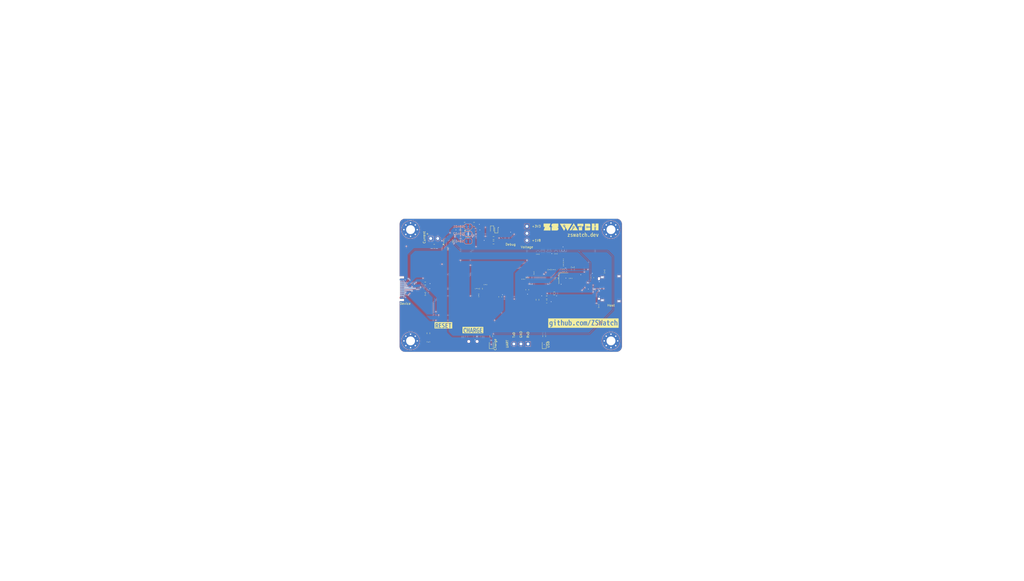
<source format=kicad_pcb>
(kicad_pcb (version 20241229) (generator "pcbnew") (generator_version "9.0")
  (title_block (title "Watch-DK") (date "2025-07-13") (rev "${REVISION}") (comment 1 "${COMPANY}"))
  (layers (0 "F.Cu" signal) (4 "In1.Cu" power "Inner1") (6 "In2.Cu" power "Inner2") (2 "B.Cu" signal) (13 "F.Paste" user) (15 "B.Paste" user) (5 "F.SilkS" user "F.Silkscreen") (7 "B.SilkS" user "B.Silkscreen") (1 "F.Mask" user) (3 "B.Mask" user) (25 "Edge.Cuts" user))
  (property "ASSEMBLY_NOTES" "")
  (property "BOARD_NAME" "Watch-DK")
  (property "COMPANY" "null")
  (property "DESIGNER" "Daniel Kampert")
  (property "FABRICATION_NOTES" "")
  (property "GIT_HASH_PCB" "")
  (property "GIT_HASH_SCH" "")
  (property "GIT_URL" "")
  (property "PROJECT_NAME" "Watch-DK")
  (property "RELEASE_BODY_UNRELEASED" "Version Unreleased not found.")
  (property "RELEASE_DATE" "06-Jun-2025")
  (property "RELEASE_DATE_NUM" "2025-06-06")
  (property "RELEASE_TITLE_UNRELEASED" "Version Unreleased not found.")
  (property "REVISION" "(Unreleased)")
  (property "SHEET_NAME_1" "Cover Page")
  (property "SHEET_NAME_10" "......................................")
  (property "SHEET_NAME_11" "......................................")
  (property "SHEET_NAME_12" "......................................")
  (property "SHEET_NAME_13" "......................................")
  (property "SHEET_NAME_14" "......................................")
  (property "SHEET_NAME_15" "......................................")
  (property "SHEET_NAME_16" "......................................")
  (property "SHEET_NAME_17" "......................................")
  (property "SHEET_NAME_18" "......................................")
  (property "SHEET_NAME_19" "......................................")
  (property "SHEET_NAME_2" "Block Diagram")
  (property "SHEET_NAME_20" "......................................")
  (property "SHEET_NAME_21" "......................................")
  (property "SHEET_NAME_22" "......................................")
  (property "SHEET_NAME_23" "......................................")
  (property "SHEET_NAME_24" "......................................")
  (property "SHEET_NAME_25" "......................................")
  (property "SHEET_NAME_26" "......................................")
  (property "SHEET_NAME_27" "......................................")
  (property "SHEET_NAME_28" "......................................")
  (property "SHEET_NAME_29" "......................................")
  (property "SHEET_NAME_3" "Project Architecture")
  (property "SHEET_NAME_30" "......................................")
  (property "SHEET_NAME_31" "......................................")
  (property "SHEET_NAME_32" "......................................")
  (property "SHEET_NAME_33" "......................................")
  (property "SHEET_NAME_34" "......................................")
  (property "SHEET_NAME_35" "......................................")
  (property "SHEET_NAME_36" "......................................")
  (property "SHEET_NAME_37" "......................................")
  (property "SHEET_NAME_38" "......................................")
  (property "SHEET_NAME_39" "......................................")
  (property "SHEET_NAME_4" "Main")
  (property "SHEET_NAME_40" "......................................")
  (property "SHEET_NAME_5" "Power - Sequencing")
  (property "SHEET_NAME_6" "Revision History")
  (property "SHEET_NAME_7" "......................................")
  (property "SHEET_NAME_8" "......................................")
  (property "SHEET_NAME_9" "......................................")
  (property "VARIANT" "PRELIMINARY")
  (net 0 "")
  (net 1 "GND")
  (net 2 "+1V8")
  (net 3 "RESETn")
  (net 4 "USB-D-")
  (net 5 "USB-D+")
  (net 6 "SWDIO_{LV}")
  (net 7 "SWDCLK_{LV}")
  (net 8 "V_{Watch}")
  (net 9 "+3V3")
  (net 10 "V_{BUS}")
  (net 11 "Net-(IC403-~{RESET})")
  (net 12 "USB-1-D-")
  (net 13 "USB-1-D+")
  (net 14 "RESETn_{LV}")
  (net 15 "USB-2-D+")
  (net 16 "EN_{OC1}")
  (net 17 "USB-2-D-")
  (net 18 "TxD_{LV}")
  (net 19 "RxD_{LV}")
  (net 20 "Net-(D401-K)")
  (net 21 "Net-(IC404-BP)")
  (net 22 "Net-(IC407-XTAL_{IN})")
  (net 23 "Net-(IC407-XTAL_{OUT})")
  (net 24 "Net-(IC407-~{RESET})")
  (net 25 "Net-(IC407-PLLFILT)")
  (net 26 "Net-(IC407-CRFILT)")
  (net 27 "Net-(D403-A)")
  (net 28 "Net-(D404-A)")
  (net 29 "Net-(D404-K)")
  (net 31 "Net-(IC402-I{slash}O2-Pad4)")
  (net 32 "Net-(IC405-B3)")
  (net 33 "Net-(IC405-B4)")
  (net 34 "Net-(IC402-I{slash}O1-Pad6)")
  (net 41 "Net-(IC405-OE)")
  (net 42 "Net-(IC407-OCS_{N1})")
  (net 43 "Net-(IC407-SDA{slash}SMBDATA{slash}NON_REM1)")
  (net 44 "Net-(IC407-RBIAS)")
  (net 45 "Net-(IC407-SUSP_IND{slash}LOCAL_PWR{slash}NON_REM0)")
  (net 48 "Net-(IC409-ENB)")
  (net 51 "Net-(Q401-D)")
  (net 52 "Net-(X401-SWCLK{slash}TCK)")
  (net 53 "Net-(X401-SWDIO{slash}TMS)")
  (net 54 "Net-(X403-CC2)")
  (net 55 "Net-(X403-CC1)")
  (net 56 "Net-(X404-CC2)")
  (net 57 "Net-(X404-CC1)")
  (net 58 "Net-(X405-Pin_1)")
  (net 69 "/Project Architecture/Main/D+")
  (net 70 "/Project Architecture/Main/D-")
  (net 71 "/Project Architecture/Main/D_{2}+")
  (net 72 "/Project Architecture/Main/D_{2}-")
  (footprint "kibuzzard-6832BFA7" (layer "F.Cu") (at 183.5 161.5)
    (property "Reference" "kibuzzard-6832BFA7" (hide yes))
    (property "Value" "G***" (hide yes))
  )
  (footprint "Package_DFN_QFN:QFN-16-1EP_4x4mm_P0.65mm_EP2.1x2.1mm" (layer "F.Cu") (at 200.475 151.025 180)
    (property "Reference" "IC403" (hide yes))
    (property "Value" "FT230XQ" (hide yes))
  )
  (footprint "Diode_SMD:D_SOD-523" (layer "F.Cu") (at 202.5 127 90)
    (property "Reference" "D402" (hide yes))
    (property "Value" "ESD5Zxx" (hide yes))
  )
  (footprint "Resistor_SMD:R_0603_1608Metric" (layer "F.Cu") (at 219.7 165.4 90)
    (property "Reference" "R407" (hide yes))
    (property "Value" "3k3" (hide yes))
  )
  (footprint "MountingHole:MountingHole_3.2mm_M3_Pad_Via" (layer "F.Cu") (at 243.7 167.1)
    (property "Reference" "REF**" (hide yes))
    (property "Value" "MountingHole_3.2mm_M3_Pad_Via" (hide yes))
  )
  (footprint "Package_TO_SOT_SMD:SOT-23-5" (layer "F.Cu") (at 226.475 135.3625 -90)
    (property "Reference" "IC404" (hide yes))
    (property "Value" "MIC5219-3.3YM5" (hide yes))
  )
  (footprint "Capacitor_SMD:C_0603_1608Metric" (layer "F.Cu") (at 203.9 151.25 90)
    (property "Reference" "C407" (hide yes))
    (property "Value" "100n" (hide yes))
  )
  (footprint "Capacitor_SMD:C_0603_1608Metric" (layer "F.Cu") (at 220.625 153)
    (property "Reference" "C414" (hide yes))
    (property "Value" "100n" (hide yes))
  )
  (footprint "kibuzzard-68304463" (layer "F.Cu") (at 233.7 128.9)
    (property "Reference" "kibuzzard-68304463" (hide yes))
    (property "Value" "G***" (hide yes))
  )
  (footprint "Resistor_SMD:R_0603_1608Metric" (layer "F.Cu") (at 241.4 142.1 180)
    (property "Reference" "R409" (hide yes))
    (property "Value" "5k1" (hide yes))
  )
  (footprint "Connector_USB:USB_C_Receptacle_Amphenol_12401610E4-2A" (layer "F.Cu") (at 243.725 148.32 90)
    (property "Reference" "X403" (hide yes))
    (property "Value" "Host")
  )
  (footprint "Resistor_SMD:R_0603_1608Metric" (layer "F.Cu") (at 239.3 154.6 180)
    (property "Reference" "R410" (hide yes))
    (property "Value" "5k1" (hide yes))
  )
  (footprint "Resistor_SMD:R_0603_1608Metric" (layer "F.Cu") (at 200.7 165.4 90)
    (property "Reference" "R421" (hide yes))
    (property "Value" "620R" (hide yes))
  )
  (footprint "Resistor_SMD:R_0603_1608Metric" (layer "F.Cu") (at 217.3 152.3 90)
    (property "Reference" "R413" (hide yes))
    (property "Value" "100k" (hide yes))
  )
  (footprint "Connector_PinHeader_2.54mm:PinHeader_1x02_P2.54mm_Horizontal" (layer "F.Cu") (at 178.925 130.285 90)
    (property "Reference" "X405" (hide yes))
    (property "Value" "Current")
  )
  (footprint "Capacitor_SMD:C_0603_1608Metric" (layer "F.Cu") (at 223.125 141.5 90)
    (property "Reference" "C417" (hide yes))
    (property "Value" "100n" (hide yes))
  )
  (footprint "Resistor_SMD:R_0805_2012Metric" (layer "F.Cu") (at 180.2 133.1 180)
    (property "Reference" "R418" (hide yes))
    (property "Value" "0R" (hide yes))
  )
  (footprint "Resistor_SMD:R_0603_1608Metric" (layer "F.Cu") (at 176.975 150.2 180)
    (property "Reference" "R416" (hide yes))
    (property "Value" "5k1" (hide yes))
  )
  (footprint "Resistor_SMD:R_0805_2012Metric" (layer "F.Cu") (at 194.5125 125.2)
    (property "Reference" "R406" (hide yes))
    (property "Value" "0R" (hide yes))
  )
  (footprint "Package_SO:SOIC-8_3.9x4.9mm_P1.27mm" (layer "F.Cu") (at 233.5 142.225 -90)
    (property "Reference" "IC409" (hide yes))
    (property "Value" "MIC2026-1xM" (hide yes))
  )
  (footprint "Capacitor_SMD:C_0603_1608Metric" (layer "F.Cu") (at 223.925 135.8 90)
    (property "Reference" "C408" (hide yes))
    (property "Value" "470p" (hide yes))
  )
  (footprint "Connector_PinHeader_2.54mm:PinHeader_1x03_P2.54mm_Vertical" (layer "F.Cu") (at 213.9 168.2 -90)
    (property "Reference" "X402" (hide yes))
    (property "Value" "UART")
  )
  (footprint "Resistor_SMD:R_0603_1608Metric" (layer "F.Cu") (at 185.1 134)
    (property "Reference" "R420" (hide yes))
    (property "Value" "100k" (hide yes))
  )
  (footprint "Wuerth:WS-TASV-6x6" (layer "F.Cu") (at 183.825 165.95)
    (property "Reference" "S401" (hide yes))
    (property "Value" "Reset" (hide yes))
  )
  (footprint "Resistor_SMD:R_0603_1608Metric" (layer "F.Cu") (at 201.5 130.125)
    (property "Reference" "R402" (hide yes))
    (property "Value" "22R" (hide yes))
  )
  (footprint "Capacitor_SMD:C_0603_1608Metric" (layer "F.Cu") (at 213.625 148.7 -90)
    (property "Reference" "C415" (hide yes))
    (property "Value" "100n" (hide yes))
  )
  (footprint "Diode_SMD:D_SOD-523" (layer "F.Cu") (at 201 127 -90)
    (property "Reference" "D401" (hide yes))
    (property "Value" "ESD5Zxx" (hide yes))
  )
  (footprint "Resistor_SMD:R_0603_1608Metric" (layer "F.Cu") (at 230 140.6 -90)
    (property "Reference" "R419" (hide yes))
    (property "Value" "100k" (hide yes))
  )
  (footprint "MountingHole:MountingHole_3.2mm_M3_Pad_Via" (layer "F.Cu") (at 243.7 127.1)
    (property "Reference" "REF**" (hide yes))
    (property "Value" "MountingHole_3.2mm_M3_Pad_Via" (hide yes))
  )
  (footprint "Package_TO_SOT_SMD:SOT-666" (layer "F.Cu") (at 176.979999 148.3375 180)
    (property "Reference" "IC408" (hide yes))
    (property "Value" "USBLC6-2P6" (hide yes))
  )
  (footprint "MountingHole:MountingHole_3.2mm_M3_Pad_Via" (layer "F.Cu") (at 171.7 167.1)
    (property "Reference" "REF**" (hide yes))
    (property "Value" "MountingHole_3.2mm_M3_Pad_Via" (hide yes))
  )
  (footprint "Package_TO_SOT_SMD:SOT-23" (layer "F.Cu") (at 185.2 131.2375 90)
    (property "Reference" "Q401" (hide yes))
    (property "Value" "BSH205G2AR" (hide yes))
  )
  (footprint "Capacitor_SMD:C_0603_1608Metric" (layer "F.Cu") (at 212.175 144.925 90)
    (property "Reference" "C418" (hide yes))
    (property "Value" "100n" (hide yes))
  )
  (footprint "Package_TO_SOT_SMD:SOT-666" (layer "F.Cu") (at 198.4 130.6625)
    (property "Reference" "IC402" (hide yes))
    (property "Value" "USBLC6-2P6" (hide yes))
  )
  (footprint "Resistor_SMD:R_0603_1608Metric" (layer "F.Cu") (at 197 148.325 -90)
    (property "Reference" "R404" (hide yes))
    (property "Value" "100k" (hide yes))
  )
  (footprint "Resistor_SMD:R_0603_1608Metric" (layer "F.Cu") (at 213.7 144.3 -90)
    (property "Reference" "R412" (hide yes))
    (property "Value" "100k" (hide yes))
  )
  (footprint "Capacitor_SMD:C_0603_1608Metric" (layer "F.Cu") (at 189.625 127.2 180)
    (property "Reference" "C409" (hide yes))
    (property "Value" "100n" (hide yes))
  )
  (footprint "footprints:Logo" (layer "F.Cu") (at 229.258797 126.081666)
    (property "Reference" "G***" (hide yes))
    (property "Value" "LOGO" (hide yes))
  )
  (footprint "Package_TO_SOT_SMD:SOT-666" (layer "F.Cu") (at 235.8 148.4625)
    (property "Reference" "IC406" (hide yes))
    (property "Value" "USBLC6-2P6" (hide yes))
  )
  (footprint "Resistor_SMD:R_0603_1608Metric" (layer "F.Cu") (at 178.125 164.35 -90)
    (property "Reference" "R401" (hide yes))
    (property "Value" "100k" (hide yes))
  )
  (footprint "Crystal:Crystal_SMD_Abracon_ABM8G-4Pin_3.2x2.5mm" (layer "F.Cu") (at 226.65 144.625 -90)
    (property "Reference" "Y401" (hide yes))
    (property "Value" "24 MHz" (hide yes))
  )
  (footprint "Capacitor_SMD:C_0603_1608Metric" (layer "F.Cu") (at 237 144.375 90)
    (property "Reference" "C419" (hide yes))
    (property "Value" "100n" (hide yes))
  )
  (footprint "Capacitor_SMD:C_0603_1608Metric" (layer "F.Cu") (at 178.125 167.45 -90)
    (property "Reference" "C401" (hide yes))
    (property "Value" "100n" (hide yes))
  )
  (footprint "Package_DFN_QFN:QFN-36-1EP_6x6mm_P0.5mm_EP3.7x3.7mm" (layer "F.Cu") (at 218.1625 147.1 -90)
    (property "Reference" "IC407" (hide yes))
    (property "Value" "USB2512BT" (hide yes))
  )
  (footprint "Capacitor_SMD:C_0603_1608Metric" (layer "F.Cu") (at 226.625 138.2 180)
    (property "Reference" "C410" (hide yes))
    (property "Value" "1u" (hide yes))
  )
  (footprint "LED_SMD:LED_0603_1608Metric" (layer "F.Cu") (at 200.7 168.4 90)
    (property "Reference" "D404" (hide yes))
    (property "Value" "Charge")
  )
  (footprint "Button_Switch_SMD:SW_SPDT_PCM12" (layer "F.Cu") (at 194.1 166.97)
    (property "Reference" "SW401" (hide yes))
    (property "Value" "Charge" (hide yes))
  )
  (footprint "kibuzzard-68303879" (layer "F.Cu") (at 233.8 160.7)
    (property "Reference" "kibuzzard-68303879" (hide yes))
    (property "Value" "G***" (hide yes))
  )
  (footprint "Resistor_SMD:R_0603_1608Metric" (layer "F.Cu") (at 223.325 150)
    (property "Reference" "R408" (hide yes))
    (property "Value" "100k" (hide yes))
  )
  (footprint "Capacitor_SMD:C_0603_1608Metric" (layer "F.Cu") (at 226.625 139.7 180)
    (property "Reference" "C411" (hide yes))
    (property "Value" "2u2" (hide yes))
  )
  (footprint "Amphenol:10133475-10001LF" (layer "F.Cu") (at 168.65 148.32 -90)
    (property "Reference" "X404" (hide yes))
    (property "Value" "Device")
  )
  (footprint "kibuzzard-6832BFEF" (layer "F.Cu") (at 194.1 163.2)
    (property "Reference" "kibuzzard-6832BFEF" (hide yes))
    (property "Value" "G***" (hide yes))
  )
  (footprint "Capacitor_SMD:C_0603_1608Metric" (layer "F.Cu") (at 216.025 142.725)
    (property "Reference" "C416" (hide yes))
    (property "Value" "100n" (hide yes))
  )
  (footprint "Capacitor_SMD:C_0603_1608Metric" (layer "F.Cu") (at 229.2 144.625 -90)
    (property "Reference" "C413" (hide yes))
    (property "Value" "18p" (hide yes))
  )
  (footprint "Samtec:SHF-105-01-L-D-SM-TR" (layer "F.Cu") (at 207.623 128.45 -90)
    (property "Reference" "X401" (hide yes))
    (property "Value" "Debug")
  )
  (footprint "Resistor_SMD:R_0603_1608Metric" (layer "F.Cu") (at 220.6 151.5 180)
    (property "Reference" "R414" (hide yes))
    (property "Value" "100k" (hide yes))
  )
  (footprint "Connector_PinHeader_2.54mm:PinHeader_1x03_P2.54mm_Vertical" (layer "F.Cu") (at 213.5 125.9)
    (property "Reference" "J402" (hide yes))
    (property "Value" "Voltage")
  )
  (footprint "Resistor_SMD:R_0805_2012Metric" (layer "F.Cu") (at 191.1125 125.2)
    (property "Reference" "R405" (hide yes))
    (property "Value" "0R" (hide yes))
  )
  (footprint "Package_DFN_QFN:Texas_R-PUQFN-N12" (layer "F.Cu") (at 192.2875 128.6425)
    (property "Reference" "IC405" (hide yes))
    (property "Value" "TXB0304RUT" (hide yes))
  )
  (footprint "LED_SMD:LED_0603_1608Metric" (layer "F.Cu") (at 219.7 168.4 90)
    (property "Reference" "D403" (hide yes))
    (property "Value" "USB")
  )
  (footprint "MountingHole:MountingHole_3.2mm_M3_Pad_Via" (layer "F.Cu") (at 171.7 127.1)
    (property "Reference" "REF**" (hide yes))
    (property "Value" "MountingHole_3.2mm_M3_Pad_Via" (hide yes))
  )
  (footprint "Resistor_SMD:R_0603_1608Metric" (layer "F.Cu") (at 224.2 144.6 -90)
    (property "Reference" "R411" (hide yes))
    (property "Value" "1M" (hide yes))
  )
  (footprint "Resistor_SMD:R_0603_1608Metric" (layer "F.Cu") (at 176.975 146.5)
    (property "Reference" "R415" (hide yes))
    (property "Value" "5k1" (hide yes))
  )
  (footprint "Capacitor_SMD:C_0603_1608Metric" (layer "F.Cu") (at 194.975 127.2)
    (property "Reference" "C406" (hide yes))
    (property "Value" "100n" (hide yes))
  )
  (footprint "Capacitor_SMD:C_0603_1608Metric" (layer "F.Cu") (at 195.5 148.325 90)
    (property "Reference" "C403" (hide yes))
    (property "Value" "100n" (hide yes))
  )
  (footprint "Resistor_SMD:R_0603_1608Metric" (layer "F.Cu") (at 221.6 141.5 90)
    (property "Reference" "R417" (hide yes))
    (property "Value" "12k / 1%" (hide yes))
  )
  (footprint "Capacitor_SMD:C_0603_1608Metric" (layer "F.Cu") (at 196.2 150.7 180)
    (property "Reference" "C405" (hide yes))
    (property "Value" "100n" (hide yes))
  )
  (footprint "Resistor_SMD:R_0603_1608Metric" (layer "F.Cu") (at 201.5 131.7)
    (property "Reference" "R403" (hide yes))
    (property "Value" "22R" (hide yes))
  )
  (footprint "Capacitor_SMD:C_0603_1608Metric" (layer "F.Cu") (at 198.6 146.875 90)
    (property "Reference" "C404" (hide yes))
    (property "Value" "100n" (hide yes))
  )
  (footprint "Capacitor_SMD:C_0603_1608Metric" (layer "F.Cu") (at 226.6 141.725 180)
    (property "Reference" "C412" (hide yes))
    (property "Value" "18p" (hide yes))
  )
  (footprint "Capacitor_SMD:C_0603_1608Metric" (layer "F.Cu") (at 217.45 135.95 90)
    (property "Reference" "C402" (hide yes))
    (property "Value" "2u2" (hide yes))
  )
  (footprint "Package_TO_SOT_SMD:SOT-23-5" (layer "F.Cu") (at 220.35 135.725 180)
    (property "Reference" "IC401" (hide yes))
    (property "Value" "TLV70218_SOT23-5" (hide yes))
  )
  (footprint "Jumper:SolderJumper-2_P1.3mm_Open_RoundedPad1.0x1.5mm" (layer "B.Cu") (at 192.4 128.6 180)
    (property "Reference" "SB402")
    (property "Value" "SWDCLK" (hide yes))
  )
  (footprint "Jumper:SolderJumper-2_P1.3mm_Open_RoundedPad1.0x1.5mm" (layer "B.Cu") (at 192.4 131.3 180)
    (property "Reference" "SB403")
    (property "Value" "SWDIO" (hide yes))
  )
  (footprint "Jumper:SolderJumper-2_P1.3mm_Open_RoundedPad1.0x1.5mm" (layer "B.Cu") (at 192.4 126 180)
    (property "Reference" "SB401")
    (property "Value" "Resetn" (hide yes))
  )
  (gr_rect (start 231.5 167.3) (end 239.7 169.2) (stroke (width 0.2)) (fill no) (layer "F.Cu"))
  (gr_line (start 169.3 152.075) (end 169.3 152.72) (stroke (width 0.05)) (layer "Edge.Cuts"))
  (gr_arc (start 167.7 125.1) (mid 168.285786 123.685786) (end 169.7 123.1) (stroke (width 0.05)) (layer "Edge.Cuts"))
  (gr_line (start 167.7 169.1) (end 167.7 152.72) (stroke (width 0.05)) (layer "Edge.Cuts"))
  (gr_arc (start 169.7 171.1) (mid 168.285786 170.514214) (end 167.7 169.1) (stroke (width 0.05)) (layer "Edge.Cuts"))
  (gr_line (start 167.7 143.925) (end 169.3 143.925) (stroke (width 0.05)) (layer "Edge.Cuts"))
  (gr_arc (start 245.7 123.1) (mid 247.114214 123.685786) (end 247.7 125.1) (stroke (width 0.05)) (layer "Edge.Cuts"))
  (gr_line (start 245.7 171.1) (end 169.7 171.1) (stroke (width 0.05)) (layer "Edge.Cuts"))
  (gr_line (start 247.7 125.1) (end 247.7 169.1) (stroke (width 0.05)) (layer "Edge.Cuts"))
  (gr_line (start 169.3 144.575) (end 168.05 144.575) (stroke (width 0.05)) (layer "Edge.Cuts"))
  (gr_line (start 167.7 144.775) (end 168.05 144.575) (stroke (width 0.05)) (layer "Edge.Cuts"))
  (gr_line (start 167.7 152.72) (end 169.3 152.72) (stroke (width 0.05)) (layer "Edge.Cuts"))
  (gr_line (start 168.05 152.075) (end 169.3 152.075) (stroke (width 0.05)) (layer "Edge.Cuts"))
  (gr_line (start 169.7 123.1) (end 245.7 123.1) (stroke (width 0.05)) (layer "Edge.Cuts"))
  (gr_arc (start 247.7 169.1) (mid 247.114214 170.514214) (end 245.7 171.1) (stroke (width 0.05)) (layer "Edge.Cuts"))
  (gr_line (start 167.7 144.775) (end 167.7 151.875) (stroke (width 0.05)) (layer "Edge.Cuts"))
  (gr_line (start 168.05 152.075) (end 167.7 151.875) (stroke (width 0.05)) (layer "Edge.Cuts"))
  (gr_line (start 167.7 143.925) (end 167.7 125.1) (stroke (width 0.05)) (layer "Edge.Cuts"))
  (gr_line (start 169.3 143.925) (end 169.3 144.575) (stroke (width 0.05)) (layer "Edge.Cuts"))
  (gr_text "${REVISION}" (at 235.6 168.2 0) (layer "F.Cu") (effects (font (size 0.8 0.8) (thickness 0.12))))
  (gr_text "+3V3" (at 215.2 125.9 0) (layer "F.SilkS") (effects (font (size 0.8 0.8) (thickness 0.12)) (justify left)))
  (gr_text "+" (at 177.7 128.6 90) (layer "F.SilkS") (effects (font (size 0.8 0.8) (thickness 0.12))))
  (gr_text "TxD" (at 208.82 166.1 90) (layer "F.SilkS") (effects (font (size 0.8 0.8) (thickness 0.12)) (justify left)))
  (gr_text "GND" (at 211.36 166.1 90) (layer "F.SilkS") (effects (font (size 0.8 0.8) (thickness 0.12)) (justify left)))
  (gr_text "RxD" (at 213.9 166.1 90) (layer "F.SilkS") (effects (font (size 0.8 0.8) (thickness 0.12)) (justify left)))
  (gr_text "+1V8" (at 215.2 130.98 0) (layer "F.SilkS") (effects (font (size 0.8 0.8) (thickness 0.12)) (justify left)))
  (segment (start 198.15 130.95) (end 197.8625 130.6625) (width 0.2) (layer "F.Cu") (net 1))
  (segment (start 217.1625 148.1) (end 218.1625 147.1) (width 0.2) (layer "F.Cu") (net 1))
  (segment (start 223.925 135.025) (end 223.925 135.775) (width 0.2) (layer "F.Cu") (net 1))
  (segment (start 212.175 144.15) (end 212.175 144.9) (width 0.2) (layer "F.Cu") (net 1))
  (segment (start 213.625 149.475) (end 213.725 149.575) (width 0.2) (layer "F.Cu") (net 1))
  (segment (start 192.2875 130) (end 192.2875 129.4425) (width 0.2) (layer "F.Cu") (net 1))
  (segment (start 201.75 150.7) (end 201.425 151.025) (width 0.2) (layer "F.Cu") (net 1))
  (segment (start 199.5 152.55) (end 200.475 151.575) (width 0.2) (layer "F.Cu") (net 1))
  (segment (start 240.125 154.6) (end 239.325 154.6) (width 0.2) (layer "F.Cu") (net 1))
  (segment (start 178.605 148.3375) (end 177.904999 148.3375) (width 0.2) (layer "F.Cu") (net 1))
  (segment (start 168.65 144.945) (end 168.65 145.57) (width 0.2) (layer "F.Cu") (net 1))
  (segment (start 177.8 150.2) (end 177 150.2) (width 0.2) (layer "F.Cu") (net 1))
  (segment (start 213.725 149.575) (end 213.725 150.3) (width 0.2) (layer "F.Cu") (net 1))
  (segment (start 218.6625 150.0375) (end 218.6625 150.7375) (width 0.2) (layer "F.Cu") (net 1))
  (segment (start 202.425 150.7) (end 201.75 150.7) (width 0.2) (layer "F.Cu") (net 1))
  (segment (start 208.91 126.5) (end 207.64 126.5) (width 0.2) (layer "F.Cu") (net 1))
  (segment (start 237 142.8) (end 237 143.6) (width 0.2) (layer "F.Cu") (net 1))
  (segment (start 201.425 151.025) (end 200.475 151.025) (width 0.2) (layer "F.Cu") (net 1))
  (segment (start 169.8 151.5) (end 169.08 151.5) (width 0.2) (layer "F.Cu") (net 1))
  (segment (start 203.175 150.475) (end 203.9 150.475) (width 0.2) (layer "F.Cu") (net 1))
  (segment (start 225.8 145.725) (end 225.8 146.725) (width 0.2) (layer "F.Cu") (net 1))
  (segment (start 240.575 142.1) (end 241.4 142.1) (width 0.2) (layer "F.Cu") (net 1))
  (segment (start 225.85 138.2) (end 226.6 138.2) (width 0.2) (layer "F.Cu") (net 1))
  (segment (start 218.1625 148.4375) (end 218.1625 147.1) (width 0.2) (layer "F.Cu") (net 1))
  (segment (start 218.1625 147.1) (end 216.725 147.1) (width 0.2) (layer "F.Cu") (net 1))
  (segment (start 227.5 143.525) (end 227.5 144.525) (width 0.2) (layer "F.Cu") (net 1))
  (segment (start 188.85 127.2) (end 188 127.2) (width 0.2) (layer "F.Cu") (net 1))
  (segment (start 204.7 150.475) (end 203.9 150.475) (width 0.2) (layer "F.Cu") (net 1))
  (segment (start 215.225 148.1) (end 217.1625 148.1) (width 0.2) (layer "F.Cu") (net 1))
  (segment (start 217.45 135.175) (end 217.45 135.925) (width 0.2) (layer "F.Cu") (net 1))
  (segment (start 230 141.425) (end 230 140.7) (width 0.2) (layer "F.Cu") (net 1))
  (segment (start 223.125 140.725) (end 223.125 141.475) (width 0.2) (layer "F.Cu") (net 1))
  (segment (start 169.75 145.15) (end 169.33 145.57) (width 0.2) (layer "F.Cu") (net 1))
  (segment (start 235.5625 148.4625) (end 234.875 148.4625) (width 0.2) (layer "F.Cu") (net 1))
  (segment (start 198.6 146.1) (end 198.6 146.85) (width 0.2) (layer "F.Cu") (net 1))
  (segment (start 207.64 126.5) (end 207.64 128) (width 0.2) (layer "F.Cu") (net 1))
  (segment (start 238.705 151.07) (end 239.57 151.07) (width 0.2) (layer "F.Cu") (net 1))
  (segment (start 202.95 150.7) (end 203.175 150.475) (width 0.2) (layer "F.Cu") (net 1))
  (segment (start 218.6625 150.7375) (end 218.825 150.9) (width 0.2) (layer "F.Cu") (net 1))
  (segment (start 200.475 151.575) (end 200.475 151.025) (width 0.2) (layer "F.Cu") (net 1))
  (segment (start 178.15 168.2) (end 178.125 168.225) (width 0.2) (layer "F.Cu") (net 1))
  (segment (start 226.475 133.3) (end 226.475 134.225) (width 0.2) (layer "F.Cu") (net 1))
  (segment (start 239.27 145.57) (end 239.52 145.82) (width 0.2) (layer "F.Cu") (net 1))
  (segment (start 219.7 169.2) (end 219.7 168.4125) (width 0.2) (layer "F.Cu") (net 1))
  (segment (start 178.125 167.525) (end 178.125 168.225) (width 0.2) (layer "F.Cu") (net 1))
  (segment (start 177.8 146.5) (end 178.7 146.5) (width 0.2) (layer "F.Cu") (net 1))
  (segment (start 202.425 150.7) (end 202.95 150.7) (width 0.2) (layer "F.Cu") (net 1))
  (segment (start 196.6 127.2) (end 195.75 127.2) (width 0.2) (layer "F.Cu") (net 1))
  (segment (start 222.45 135.725) (end 221.55 135.725) (width 0.2) (layer "F.Cu") (net 1))
  (segment (start 169.08 151.5) (end 168.65 151.07) (width 0.2) (layer "F.Cu") (net 1))
  (segment (start 197.8625 130.6625) (end 197.475 130.6625) (width 0.2) (layer "F.Cu") (net 1))
  (segment (start 199.5 152.975) (end 199.5 152.55) (width 0.2) (layer "F.Cu") (net 1))
  (segment (start 229.2 143.85) (end 229.2 144.6) (width 0.2) (layer "F.Cu") (net 1))
  (segment (start 238.705 145.57) (end 239.27 145.57) (width 0.2) (layer "F.Cu") (net 1))
  (segment (start 239.82 151.32) (end 240.405 151.32) (width 0.2) (layer "F.Cu") (net 1))
  (segment (start 195.5 147.55) (end 195.5 148.25) (width 0.2) (layer "F.Cu") (net 1))
  (segment (start 194.85 166.7) (end 194.85 165.54) (width 0.2) (layer "F.Cu") (net 1))
  (segment (start 202.5 126.3) (end 203.3 126.3) (width 0.2) (layer "F.Cu") (net 1))
  (segment (start 179.85 168.2) (end 178.15 168.2) (width 0.2) (layer "F.Cu") (net 1))
  (segment (start 216.8 142.725) (end 216.05 142.725) (width 0.2) (layer "F.Cu") (net 1))
  (segment (start 221.6 140.675) (end 221.6 141.5) (width 0.2) (layer "F.Cu") (net 1))
  (segment (start 219.1625 150.0375) (end 219.1625 149.4375) (width 0.2) (layer "F.Cu") (net 1))
  (segment (start 218.6625 150.0375) (end 219.1625 150.0375) (width 0.2) (layer "F.Cu") (net 1))
  (segment (start 239.52 145.82) (end 240.405 145.82) (width 0.2) (layer "F.Cu") (net 1))
  (segment (start 195.425 150.7) (end 196.175 150.7) (width 0.2) (layer "F.Cu") (net 1))
  (segment (start 219.1625 149.4375) (end 218.1625 148.4375) (width 0.2) (layer "F.Cu") (net 1))
  (segment (start 227.375 140.925) (end 227.375 141.725) (width 0.2) (layer "F.Cu") (net 1))
  (segment (start 221.4 153) (end 222.2 153) (width 0.2) (layer "F.Cu") (net 1))
  (segment (start 195.425 125.2) (end 196.4125 125.2) (width 0.2) (layer "F.Cu") (net 1))
  (segment (start 224.15 150.9) (end 224.15 150) (width 0.2) (layer "F.Cu") (net 1))
  (segment (start 232.865 144.7) (end 232.865 143.3) (width 0.2) (layer "F.Cu") (net 1))
  (segment (start 225.85 139.7) (end 226.6 139.7) (width 0.2) (layer "F.Cu") (net 1))
  (segment (start 169.33 145.57) (end 168.65 145.57) (width 0.2) (layer "F.Cu") (net 1))
  (segment (start 239.57 151.07) (end 239.82 151.32) (width 0.2) (layer "F.Cu") (net 1))
  (via (at 227.375 140.925) (size 0.45) (drill 0.25) (layers "F.Cu" "B.Cu") (net 1))
  (via (at 237 142.8) (size 0.45) (drill 0.25) (layers "F.Cu" "B.Cu") (net 1))
  (via (at 232.865 143.3) (size 0.45) (drill 0.25) (layers "F.Cu" "B.Cu") (net 1))
  (via (at 235.5625 148.4625) (size 0.45) (drill 0.25) (layers "F.Cu" "B.Cu") (net 1))
  (via (at 196.6 127.2) (size 0.45) (drill 0.25) (layers "F.Cu" "B.Cu") (net 1))
  (via (at 222.2 153) (size 0.45) (drill 0.25) (layers "F.Cu" "B.Cu") (net 1))
  (via (at 178.7 146.5) (size 0.45) (drill 0.25) (layers "F.Cu" "B.Cu") (net 1))
  (via (at 198.6 146.85) (size 0.45) (drill 0.25) (layers "F.Cu" "B.Cu") (net 1))
  (via (at 207.64 128) (size 0.45) (drill 0.25) (layers "F.Cu" "B.Cu") (net 1))
  (via (at 223.925 135.775) (size 0.45) (drill 0.25) (layers "F.Cu" "B.Cu") (net 1))
  (via (at 178.125 167.525) (size 0.45) (drill 0.25) (layers "F.Cu" "B.Cu") (net 1))
  (via (at 225.8 146.725) (size 0.45) (drill 0.25) (layers "F.Cu" "B.Cu") (net 1))
  (via (at 196.175 150.7) (size 0.45) (drill 0.25) (layers "F.Cu" "B.Cu") (net 1))
  (via (at 218.825 150.9) (size 0.45) (drill 0.25) (layers "F.Cu" "B.Cu") (net 1))
  (via (at 196.4125 125.2) (size 0.45) (drill 0.25) (layers "F.Cu" "B.Cu") (net 1))
  (via (at 223.125 141.475) (size 0.45) (drill 0.25) (layers "F.Cu" "B.Cu") (net 1))
  (via (at 198.15 130.95) (size 0.45) (drill 0.25) (layers "F.Cu" "B.Cu") (net 1))
  (via (at 230 140.7) (size 0.45) (drill 0.25) (layers "F.Cu" "B.Cu") (net 1))
  (via (at 217.45 135.925) (size 0.45) (drill 0.25) (layers "F.Cu" "B.Cu") (net 1))
  (via (at 203.3 126.3) (size 0.45) (drill 0.25) (layers "F.Cu" "B.Cu") (net 1))
  (via (at 222.45 135.725) (size 0.45) (drill 0.25) (layers "F.Cu" "B.Cu") (net 1))
  (via (at 226.6 139.7) (size 0.45) (drill 0.25) (layers "F.Cu" "B.Cu") (net 1))
  (via (at 212.175 144.9) (size 0.45) (drill 0.25) (layers "F.Cu" "B.Cu") (net 1))
  (via (at 226.6 138.2) (size 0.45) (drill 0.25) (layers "F.Cu" "B.Cu") (net 1))
  (via (at 192.2875 130) (size 0.45) (drill 0.25) (layers "F.Cu" "B.Cu") (net 1))
  (via (at 229.2 144.6) (size 0.45) (drill 0.25) (layers "F.Cu" "B.Cu") (net 1))
  (via (at 216.05 142.725) (size 0.45) (drill 0.25) (layers "F.Cu" "B.Cu") (net 1))
  (via (at 213.725 150.3) (size 0.45) (drill 0.25) (layers "F.Cu" "B.Cu") (net 1))
  (via (at 169.75 145.15) (size 0.45) (drill 0.25) (layers "F.Cu" "B.Cu") (net 1))
  (via (at 224.15 150.9) (size 0.45) (drill 0.25) (layers "F.Cu" "B.Cu") (net 1))
  (via (at 239.52 145.82) (size 0.45) (drill 0.25) (layers "F.Cu" "B.Cu") (net 1))
  (via (at 204.7 150.475) (size 0.45) (drill 0.25) (layers "F.Cu" "B.Cu") (net 1))
  (via (at 221.6 141.5) (size 0.45) (drill 0.25) (layers "F.Cu" "B.Cu") (net 1))
  (via (at 188 127.2) (size 0.45) (drill 0.25) (layers "F.Cu" "B.Cu") (net 1))
  (via (at 219.7 168.4125) (size 0.45) (drill 0.25) (layers "F.Cu" "B.Cu") (net 1))
  (via (at 241.4 142.1) (size 0.45) (drill 0.25) (layers "F.Cu" "B.Cu") (net 1))
  (via (at 169.8 151.5) (size 0.45) (drill 0.25) (layers "F.Cu" "B.Cu") (net 1))
  (via (at 226.475 133.3) (size 0.45) (drill 0.25) (layers "F.Cu" "B.Cu") (net 1))
  (via (at 177 150.2) (size 0.45) (drill 0.25) (layers "F.Cu" "B.Cu") (net 1))
  (via (at 178.605 148.3375) (size 0.45) (drill 0.25) (layers "F.Cu" "B.Cu") (net 1))
  (via (at 239.325 154.6) (size 0.45) (drill 0.25) (layers "F.Cu" "B.Cu") (net 1))
  (via (at 227.5 144.525) (size 0.45) (drill 0.25) (layers "F.Cu" "B.Cu") (net 1))
  (via (at 195.5 148.25) (size 0.45) (drill 0.25) (layers "F.Cu" "B.Cu") (net 1))
  (via (at 239.57 151.07) (size 0.45) (drill 0.25) (layers "F.Cu" "B.Cu") (net 1))
  (via (at 194.85 166.7) (size 0.45) (drill 0.25) (layers "F.Cu" "B.Cu") (net 1))
  (segment (start 189.65 138.1) (end 189.65 130.3) (width 0.2) (layer "F.Cu") (net 2))
  (segment (start 190.995 127.2) (end 191.6375 127.8425) (width 0.2) (layer "F.Cu") (net 2))
  (segment (start 190.2 126.1) (end 190.4 126.3) (width 0.2) (layer "F.Cu") (net 2))
  (segment (start 190.4 126.3) (end 190.4 127.2) (width 0.2) (layer "F.Cu") (net 2))
  (segment (start 202.45 152.025) (end 202.425 152) (width 0.2) (layer "F.Cu") (net 2))
  (segment (start 219.2125 136.675) (end 218.225 136.675) (width 0.2) (layer "F.Cu") (net 2))
  (segment (start 203.9 152.025) (end 208.95 152.025) (width 0.2) (layer "F.Cu") (net 2))
  (segment (start 208.95 152.025) (end 208.975 152) (width 0.2) (layer "F.Cu") (net 2))
  (segment (start 213.5 130.98) (end 213.5 138.1) (width 0.2) (layer "F.Cu") (net 2))
  (segment (start 216.075 138.1) (end 217.45 136.725) (width 0.2) (layer "F.Cu") (net 2))
  (segment (start 190.4 127.2) (end 190.995 127.2) (width 0.2) (layer "F.Cu") (net 2))
  (segment (start 203.9 152.025) (end 202.45 152.025) (width 0.2) (layer "F.Cu") (net 2))
  (segment (start 218.225 136.675) (end 218.175 136.725) (width 0.2) (layer "F.Cu") (net 2))
  (segment (start 218.175 136.725) (end 217.45 136.725) (width 0.2) (layer "F.Cu") (net 2))
  (segment (start 213.5 138.1) (end 216.075 138.1) (width 0.2) (layer "F.Cu") (net 2))
  (segment (start 190.2 125.2) (end 190.2 126.1) (width 0.2) (layer "F.Cu") (net 2))
  (segment (start 190.4 127.2) (end 189.65 127.2) (width 0.2) (layer "F.Cu") (net 2))
  (via (at 189.65 138.1) (size 0.45) (drill 0.25) (layers "F.Cu" "B.Cu") (net 2))
  (via (at 189.65 130.3) (size 0.45) (drill 0.25) (layers "F.Cu" "B.Cu") (net 2))
  (via (at 189.65 127.2) (size 0.45) (drill 0.25) (layers "F.Cu" "B.Cu") (net 2))
  (via (at 213.5 138.1) (size 0.45) (drill 0.25) (layers "F.Cu" "B.Cu") (net 2))
  (via (at 208.975 152.025) (size 0.45) (drill 0.25) (layers "F.Cu" "B.Cu") (net 2))
  (segment (start 213.5 138.1) (end 208.975 142.625) (width 0.2) (layer "B.Cu") (net 2))
  (segment (start 189.65 130.3) (end 189.65 127.2) (width 0.2) (layer "B.Cu") (net 2))
  (segment (start 208.975 142.625) (end 208.975 152.025) (width 0.2) (layer "B.Cu") (net 2))
  (segment (start 189.65 138.1) (end 213.5 138.1) (width 0.2) (layer "B.Cu") (net 2))
  (segment (start 203.3425 128.6425) (end 205.1 130.4) (width 0.2) (layer "F.Cu") (net 3))
  (segment (start 201 127.7) (end 201 128.3425) (width 0.2) (layer "F.Cu") (net 3))
  (segment (start 179.85 166.2) (end 179.375 166.675) (width 0.2) (layer "F.Cu") (net 3))
  (segment (start 179.85 163.7) (end 179.85 166.2) (width 0.2) (layer "F.Cu") (net 3))
  (segment (start 195.2 133.2) (end 193.2 135.2) (width 0.2) (layer "F.Cu") (net 3))
  (segment (start 195.2 128.6425) (end 192.9375 128.6425) (width 0.2) (layer "F.Cu") (net 3))
  (segment (start 192.9375 128.2425) (end 192.9375 128.6425) (width 0.2) (layer "F.Cu") (net 3))
  (segment (start 193.2 150.9) (end 182.3 150.9) (width 0.2) (layer "F.Cu") (net 3))
  (segment (start 179.85 153.35) (end 179.85 163.7) (width 0.2) (layer "F.Cu") (net 3))
  (segment (start 201 127.7) (end 201.7 127.7) (width 0.2) (layer "F.Cu") (net 3))
  (segment (start 201 128.3425) (end 200.7 128.6425) (width 0.2) (layer "F.Cu") (net 3))
  (segment (start 179.375 166.675) (end 178.125 166.675) (width 0.2) (layer "F.Cu") (net 3))
  (segment (start 201.7 127.7) (end 202.5 127.7) (width 0.2) (layer "F.Cu") (net 3))
  (segment (start 195.2 128.6425) (end 200.7 128.6425) (width 0.2) (layer "F.Cu") (net 3))
  (segment (start 182.3 150.9) (end 179.85 153.35) (width 0.2) (layer "F.Cu") (net 3))
  (segment (start 193.2 135.2) (end 193.2 139.9) (width 0.2) (layer "F.Cu") (net 3))
  (segment (start 178.125 165.175) (end 178.125 166.675) (width 0.2) (layer "F.Cu") (net 3))
  (segment (start 200.7 128.6425) (end 203.3425 128.6425) (width 0.2) (layer "F.Cu") (net 3))
  (via (at 195.2 133.2) (size 0.45) (drill 0.25) (layers "F.Cu" "B.Cu") (net 3))
  (via (at 195.2 128.6425) (size 0.45) (drill 0.25) (layers "F.Cu" "B.Cu") (net 3))
  (via (at 193.2 150.9) (size 0.45) (drill 0.25) (layers "F.Cu" "B.Cu") (net 3))
  (via (at 193.2 139.9) (size 0.45) (drill 0.25) (layers "F.Cu" "B.Cu") (net 3))
  (segment (start 195.2 126.8) (end 194.4 126) (width 0.2) (layer "B.Cu") (net 3))
  (segment (start 195.2 128.6425) (end 195.2 126.8) (width 0.2) (layer "B.Cu") (net 3))
  (segment (start 195.2 133.2) (end 195.2 128.6425) (width 0.2) (layer "B.Cu") (net 3))
  (segment (start 194.4 126) (end 193.05 126) (width 0.2) (layer "B.Cu") (net 3))
  (segment (start 193.2 150.9) (end 193.2 139.9) (width 0.2) (layer "B.Cu") (net 3))
  (segment (start 223.688902 147.9975) (end 221.821251 147.9975) (width 0.17) (layer "F.Cu") (net 4))
  (segment (start 233.0725 148.6475) (end 224.338902 148.6475) (width 0.17) (layer "F.Cu") (net 4))
  (segment (start 221.718751 148.1) (end 221.1 148.1) (width 0.17) (layer "F.Cu") (net 4))
  (segment (start 234.3 147.925) (end 234.95 147.925) (width 0.17) (layer "F.Cu") (net 4))
  (segment (start 221.821251 147.9975) (end 221.718751 148.1) (width 0.17) (layer "F.Cu") (net 4))
  (segment (start 224.338902 148.6475) (end 223.688902 147.9975) (width 0.17) (layer "F.Cu") (net 4))
  (segment (start 233.325 148.9) (end 233.0725 148.6475) (width 0.17) (layer "F.Cu") (net 4))
  (via (at 233.325 148.9) (size 0.45) (drill 0.25) (layers "F.Cu" "B.Cu") (net 4))
  (via (at 234.3 147.925) (size 0.45) (drill 0.25) (layers "F.Cu" "B.Cu") (net 4))
  (segment (start 233.325 148.9) (end 234.3 147.925) (width 0.17) (layer "B.Cu") (net 4))
  (segment (start 223.811098 147.7025) (end 224.461098 148.3525) (width 0.17) (layer "F.Cu") (net 5))
  (segment (start 221.821251 147.7025) (end 223.811098 147.7025) (width 0.17) (layer "F.Cu") (net 5))
  (segment (start 234.3 149) (end 234.95 149) (width 0.17) (layer "F.Cu") (net 5))
  (segment (start 233.6525 148.3525) (end 234.3 149) (width 0.17) (layer "F.Cu") (net 5))
  (segment (start 221.718751 147.6) (end 221.821251 147.7025) (width 0.17) (layer "F.Cu") (net 5))
  (segment (start 221.1 147.6) (end 221.718751 147.6) (width 0.17) (layer "F.Cu") (net 5))
  (segment (start 224.461098 148.3525) (end 233.6525 148.3525) (width 0.17) (layer "F.Cu") (net 5))
  (segment (start 187.7 129.6) (end 190.75 129.6) (width 0.2) (layer "F.Cu") (net 6))
  (segment (start 190.75 129.6) (end 190.9075 129.4425) (width 0.2) (layer "F.Cu") (net 6))
  (segment (start 187.65 129.65) (end 187.7 129.6) (width 0.2) (layer "F.Cu") (net 6))
  (segment (start 190.9075 129.4425) (end 191.6375 129.4425) (width 0.2) (layer "F.Cu") (net 6))
  (segment (start 171.4 150.07) (end 168.65 150.07) (width 0.2) (layer "F.Cu") (net 6))
  (via (at 187.65 129.65) (size 0.45) (drill 0.25) (layers "F.Cu" "B.Cu") (net 6))
  (via (at 171.4 145.2) (size 0.45) (drill 0.25) (layers "F.Cu" "B.Cu") (net 6))
  (via (at 171.4 150.07) (size 0.45) (drill 0.25) (layers "F.Cu" "B.Cu") (net 6))
  (segment (start 171.4 145.2) (end 171.4 136.135034) (width 0.2) (layer "B.Cu") (net 6))
  (segment (start 187.65 129.65) (end 189.3 131.3) (width 0.2) (layer "B.Cu") (net 6))
  (segment (start 182.9 134.4) (end 187.65 129.65) (width 0.2) (layer "B.Cu") (net 6))
  (segment (start 173.135034 134.4) (end 182.9 134.4) (width 0.2) (layer "B.Cu") (net 6))
  (segment (start 171.4 145.2) (end 170.03 146.57) (width 0.2) (layer "B.Cu") (net 6))
  (segment (start 189.3 131.3) (end 191.75 131.3) (width 0.2) (layer "B.Cu") (net 6))
  (segment (start 171.4 136.135034) (end 173.135034 134.4) (width 0.2) (layer "B.Cu") (net 6))
  (segment (start 170.03 146.57) (end 168.65 146.57) (width 0.2) (layer "B.Cu") (net 6))
  (segment (start 187.6 129.0425) (end 190.6 129.0425) (width 0.2) (layer "F.Cu") (net 7))
  (segment (start 170.9 150.57) (end 168.65 150.57) (width 0.2) (layer "F.Cu") (net 7))
  (segment (start 190.6 129.0425) (end 191.6375 129.0425) (width 0.2) (layer "F.Cu") (net 7))
  (via (at 170.9 144.7) (size 0.45) (drill 0.25) (layers "F.Cu" "B.Cu") (net 7))
  (via (at 190.6 129.0425) (size 0.45) (drill 0.25) (layers "F.Cu" "B.Cu") (net 7))
  (via (at 170.9 150.57) (size 0.45) (drill 0.25) (layers "F.Cu" "B.Cu") (net 7))
  (via (at 187.6 129.0425) (size 0.45) (drill 0.25) (layers "F.Cu" "B.Cu") (net 7))
  (segment (start 170.9 136.174) (end 173 134.074) (width 0.2) (layer "B.Cu") (net 7))
  (segment (start 170.9 144.7) (end 170.9 136.174) (width 0.2) (layer "B.Cu") (net 7))
  (segment (start 190.6 129.0425) (end 191.0425 128.6) (width 0.2) (layer "B.Cu") (net 7))
  (segment (start 170.9 145) (end 169.83 146.07) (width 0.2) (layer "B.Cu") (net 7))
  (segment (start 170.9 144.7) (end 170.9 145) (width 0.2) (layer "B.Cu") (net 7))
  (segment (start 169.83 146.07) (end 168.65 146.07) (width 0.2) (layer "B.Cu") (net 7))
  (segment (start 191.0425 128.6) (end 191.75 128.6) (width 0.2) (layer "B.Cu") (net 7))
  (segment (start 182.5685 134.074) (end 187.6 129.0425) (width 0.2) (layer "B.Cu") (net 7))
  (segment (start 173 134.074) (end 182.5685 134.074) (width 0.2) (layer "B.Cu") (net 7))
  (segment (start 176.905 144.195) (end 177.9 143.2) (width 0.2) (layer "F.Cu") (net 8))
  (segment (start 186.1 132.975) (end 185.925 133.15) (width 0.2) (layer "F.Cu") (net 8))
  (segment (start 176.5425 148.3375) (end 176.905 147.975) (width 0.2) (layer "F.Cu") (net 8))
  (segment (start 185.225 143.2) (end 185.925 142.5) (width 0.2) (layer "F.Cu") (net 8))
  (segment (start 176.905 147.975) (end 176.905 144.195) (width 0.2) (layer "F.Cu") (net 8))
  (segment (start 185.925 133.15) (end 185.925 134) (width 0.2) (layer "F.Cu") (net 8))
  (segment (start 185.925 142.5) (end 185.925 134) (width 0.2) (layer "F.Cu") (net 8))
  (segment (start 186.1 132.175) (end 186.1 132.975) (width 0.2) (layer "F.Cu") (net 8))
  (segment (start 177.9 143.2) (end 185.225 143.2) (width 0.2) (layer "F.Cu") (net 8))
  (segment (start 235.405 146.105) (end 235.405 144.7) (width 0.4) (layer "F.Cu") (net 8))
  (segment (start 201.5 164.575) (end 200.7 164.575) (width 0.2) (layer "F.Cu") (net 8))
  (segment (start 176.054999 148.3375) (end 176.5425 148.3375) (width 0.2) (layer "F.Cu") (net 8))
  (segment (start 187.3 132.175) (end 186.1 132.175) (width 0.2) (layer "F.Cu") (net 8))
  (via (at 187.3 132.175) (size 0.45) (drill 0.25) (layers "F.Cu" "B.Cu") (net 8))
  (via (at 201.5 164.575) (size 0.45) (drill 0.25) (layers "F.Cu" "B.Cu") (net 8))
  (via (at 235.405 146.105) (size 0.8) (drill 0.4) (layers "F.Cu" "B.Cu") (net 8))
  (segment (start 189.9 134.775) (end 187.3 132.175) (width 0.4) (layer "B.Cu") (net 8))
  (segment (start 235.925 164.575) (end 201.5 164.575) (width 0.4) (layer "B.Cu") (net 8))
  (segment (start 244.4 156.1) (end 235.925 164.575) (width 0.4) (layer "B.Cu") (net 8))
  (segment (start 232.025 134.775) (end 189.9 134.775) (width 0.4) (layer "B.Cu") (net 8))
  (segment (start 236.25 139) (end 236.25 145.26) (width 0.4) (layer "B.Cu") (net 8))
  (segment (start 242.475 134.775) (end 244.4 136.7) (width 0.4) (layer "B.Cu") (net 8))
  (segment (start 232.025 134.775) (end 236.25 139) (width 0.4) (layer "B.Cu") (net 8))
  (segment (start 236.25 145.26) (end 235.405 146.105) (width 0.4) (layer "B.Cu") (net 8))
  (segment (start 244.4 136.7) (end 244.4 156.1) (width 0.4) (layer "B.Cu") (net 8))
  (segment (start 232.025 134.775) (end 242.475 134.775) (width 0.4) (layer "B.Cu") (net 8))
  (segment (start 215.25 142.55) (end 215.25 142.725) (width 0.2) (layer "F.Cu") (net 9))
  (segment (start 215.225 147.6) (end 214.625 147.6) (width 0.2) (layer "F.Cu") (net 9))
  (segment (start 198.525 150.7) (end 196.975 150.7) (width 0.2) (layer "F.Cu") (net 9))
  (segment (start 214.3 147.925) (end 213.625 147.925) (width 0.2) (layer "F.Cu") (net 9))
  (segment (start 227.4 138.2) (end 227.4 139.7) (width 0.2) (layer "F.Cu") (net 9))
  (segment (start 227.425 138.175) (end 227.4 138.2) (width 0.2) (layer "F.Cu") (net 9))
  (segment (start 198.6 148.8) (end 198.6 147.65) (width 0.2) (layer "F.Cu") (net 9))
  (segment (start 214.625 147.6) (end 214.3 147.925) (width 0.2) (layer "F.Cu") (net 9))
  (segment (start 198.875 149.075) (end 198.6 148.8) (width 0.2) (layer "F.Cu") (net 9))
  (segment (start 215.225 145.1) (end 215.225 142.75) (width 0.2) (layer "F.Cu") (net 9))
  (segment (start 215.225 142.75) (end 215.25 142.725) (width 0.2) (layer "F.Cu") (net 9))
  (segment (start 227.425 136.5) (end 227.425 138.175) (width 0.2) (layer "F.Cu") (net 9))
  (segment (start 199.5 149.075) (end 198.875 149.075) (width 0.2) (layer "F.Cu") (net 9))
  (segment (start 236 132.1) (end 238 134.1) (width 0.2) (layer "F.Cu") (net 10))
  (segment (start 238.705 149.57) (end 237.3 149.57) (width 0.2) (layer "F.Cu") (net 10))
  (segment (start 221.55 134.775) (end 221.224 134.775) (width 0.2) (layer "F.Cu") (net 10))
  (segment (start 220.875 134.775) (end 221.4875 134.775) (width 0.2) (layer "F.Cu") (net 10))
  (segment (start 225.751001 135.1135) (end 225.525 134.887499) (width 0.2) (layer "F.Cu") (net 10))
  (segment (start 234.135 146.235) (end 234.97 147.07) (width 0.2) (layer "F.Cu") (net 10))
  (segment (start 234.135 144.7) (end 234.135 146.235) (width 0.2) (layer "F.Cu") (net 10))
  (segment (start 227.425 134.225) (end 227.425 134.8) (width 0.2) (layer "F.Cu") (net 10))
  (segment (start 227.425 134.8) (end 227.1115 135.1135) (width 0.2) (layer "F.Cu") (net 10))
  (segment (start 227.1115 135.1135) (end 225.751001 135.1135) (width 0.2) (layer "F.Cu") (net 10))
  (segment (start 239.72 147.32) (end 239.47 147.07) (width 0.2) (layer "F.Cu") (net 10))
  (segment (start 220.599 136.449) (end 220.599 135.051) (width 0.2) (layer "F.Cu") (net 10))
  (segment (start 237.3 147.07) (end 238.705 147.07) (width 0.2) (layer "F.Cu") (net 10))
  (segment (start 236.725 148.4625) (end 237.3 148.4625) (width 0.2) (layer "F.Cu") (net 10))
  (segment (start 237.3 146.7) (end 237 146.4) (width 0.2) (layer "F.Cu") (net 10))
  (segment (start 237 146.4) (end 237 145.2) (width 0.2) (layer "F.Cu") (net 10))
  (segment (start 237.3 147.07) (end 237.3 146.7) (width 0.2) (layer "F.Cu") (net 10))
  (segment (start 238 134.175) (end 238 144.225) (width 0.2) (layer "F.Cu") (net 10))
  (segment (start 220.599 135.051) (end 220.875 134.775) (width 0.2) (layer "F.Cu") (net 10))
  (segment (start 239.57 149.57) (end 238.705 149.57) (width 0.2) (layer "F.Cu") (net 10))
  (segment (start 225.525 134.887499) (end 225.525 134.225) (width 0.2) (layer "F.Cu") (net 10))
  (segment (start 221.4875 136.675) (end 220.825 136.675) (width 0.2) (layer "F.Cu") (net 10))
  (segment (start 227.425 134.225) (end 227.425 132.675) (width 0.2) (layer "F.Cu") (net 10))
  (segment (start 221.55 136.675) (end 221.198 136.675) (width 0.2) (layer "F.Cu") (net 10))
  (segment (start 220.825 136.675) (end 220.599 136.449) (width 0.2) (layer "F.Cu") (net 10))
  (segment (start 221.4875 132.9125) (end 222.3 132.1) (width 0.2) (layer "F.Cu") (net 10))
  (segment (start 228 132.1) (end 236 132.1) (width 0.2) (layer "F.Cu") (net 10))
  (segment (start 240.405 149.82) (end 239.82 149.82) (width 0.2) (layer "F.Cu") (net 10))
  (segment (start 221.4875 134.775) (end 221.4875 132.9125) (width 0.2) (layer "F.Cu") (net 10))
  (segment (start 238 144.15) (end 237 145.15) (width 0.2) (layer "F.Cu") (net 10))
  (segment (start 239.82 149.82) (end 239.57 149.57) (width 0.2) (layer "F.Cu") (net 10))
  (segment (start 234.97 147.07) (end 237.3 147.07) (width 0.2) (layer "F.Cu") (net 10))
  (segment (start 227.425 132.675) (end 228 132.1) (width 0.2) (layer "F.Cu") (net 10))
  (segment (start 239.47 147.07) (end 238.705 147.07) (width 0.2) (layer "F.Cu") (net 10))
  (segment (start 222.3 132.1) (end 228 132.1) (width 0.2) (layer "F.Cu") (net 10))
  (segment (start 240.405 147.32) (end 239.72 147.32) (width 0.2) (layer "F.Cu") (net 10))
  (segment (start 220.8 150.0375) (end 220.1625 150.0375) (width 0.2) (layer "F.Cu") (net 10))
  (via (at 237.3 147.07) (size 0.45) (drill 0.25) (layers "F.Cu" "B.Cu") (net 10))
  (via (at 237.3 148.4625) (size 0.45) (drill 0.25) (layers "F.Cu" "B.Cu") (net 10))
  (via (at 220.8 150.0375) (size 0.45) (drill 0.25) (layers "F.Cu" "B.Cu") (net 10))
  (via (at 237.3 149.57) (size 0.45) (drill 0.25) (layers "F.Cu" "B.Cu") (net 10))
  (segment (start 237.3 147.07) (end 237.3 148.4625) (width 0.2) (layer "B.Cu") (net 10))
  (segment (start 237.3 148.4625) (end 237.3 149.57) (width 0.2) (layer "B.Cu") (net 10))
  (segment (start 220.8 150.0375) (end 236.8325 150.0375) (width 0.2) (layer "B.Cu") (net 10))
  (segment (start 236.8325 150.0375) (end 237.3 149.57) (width 0.2) (layer "B.Cu") (net 10))
  (segment (start 196.95 149.1) (end 197 149.15) (width 0.2) (layer "F.Cu") (net 11))
  (segment (start 198.525 150.05) (end 198.525 149.775) (width 0.2) (layer "F.Cu") (net 11))
  (segment (start 198.525 149.775) (end 197.9 149.15) (width 0.2) (layer "F.Cu") (net 11))
  (segment (start 195.5 149.1) (end 196.95 149.1) (width 0.2) (layer "F.Cu") (net 11))
  (segment (start 197.9 149.15) (end 197 149.15) (width 0.2) (layer "F.Cu") (net 11))
  (segment (start 219.06 142.851402) (end 219.06 143.441249) (width 0.17) (layer "F.Cu") (net 12))
  (segment (start 200.3275 145.663902) (end 200.3275 148.259999) (width 0.17) (layer "F.Cu") (net 12))
  (segment (start 205.338902 140.6525) (end 200.3275 145.663902) (width 0.17) (layer "F.Cu") (net 12))
  (segment (start 219.1625 143.543749) (end 219.1625 144.1625) (width 0.17) (layer "F.Cu") (net 12))
  (segment (start 200.15 148.437499) (end 200.15 149.075) (width 0.17) (layer "F.Cu") (net 12))
  (segment (start 200.3275 148.259999) (end 200.15 148.437499) (width 0.17) (layer "F.Cu") (net 12))
  (segment (start 219.06 143.441249) (end 219.1625 143.543749) (width 0.17) (layer "F.Cu") (net 12))
  (segment (start 216.861098 140.6525) (end 205.338902 140.6525) (width 0.17) (layer "F.Cu") (net 12))
  (segment (start 216.861098 140.6525) (end 219.06 142.851402) (width 0.17) (layer "F.Cu") (net 12))
  (segment (start 216.738902 140.9475) (end 205.461098 140.9475) (width 0.17) (layer "F.Cu") (net 13))
  (segment (start 218.765 142.973598) (end 218.765 143.441249) (width 0.17) (layer "F.Cu") (net 13))
  (segment (start 200.6225 148.259999) (end 200.8 148.437499) (width 0.17) (layer "F.Cu") (net 13))
  (segment (start 200.8 148.437499) (end 200.8 149.075) (width 0.17) (layer "F.Cu") (net 13))
  (segment (start 205.461098 140.9475) (end 200.6225 145.786098) (width 0.17) (layer "F.Cu") (net 13))
  (segment (start 216.738902 140.9475) (end 218.765 142.973598) (width 0.17) (layer "F.Cu") (net 13))
  (segment (start 218.765 143.441249) (end 218.6625 143.543749) (width 0.17) (layer "F.Cu") (net 13))
  (segment (start 218.6625 143.543749) (end 218.6625 144.1625) (width 0.17) (layer "F.Cu") (net 13))
  (segment (start 200.6225 145.786098) (end 200.6225 148.259999) (width 0.17) (layer "F.Cu") (net 13))
  (segment (start 183 139.5) (end 183 131.1) (width 0.2) (layer "F.Cu") (net 14))
  (segment (start 191.6375 128.2425) (end 191.6375 128.6425) (width 0.2) (layer "F.Cu") (net 14))
  (segment (start 185.9 128.2) (end 185.9425 128.2425) (width 0.2) (layer "F.Cu") (net 14))
  (segment (start 172.2 147.57) (end 168.65 147.57) (width 0.2) (layer "F.Cu") (net 14))
  (segment (start 185.9425 128.2425) (end 191.6375 128.2425) (width 0.2) (layer "F.Cu") (net 14))
  (via (at 172.2 149.07) (size 0.45) (drill 0.25) (layers "F.Cu" "B.Cu") (net 14))
  (via (at 172.2 147.57) (size 0.45) (drill 0.25) (layers "F.Cu" "B.Cu") (net 14))
  (via (at 183 131.1) (size 0.45) (drill 0.25) (layers "F.Cu" "B.Cu") (net 14))
  (via (at 185.9 128.2) (size 0.45) (drill 0.25) (layers "F.Cu" "B.Cu") (net 14))
  (via (at 183 139.5) (size 0.45) (drill 0.25) (layers "F.Cu" "B.Cu") (net 14))
  (segment (start 172.2 149.07) (end 168.65 149.07) (width 0.2) (layer "B.Cu") (net 14))
  (segment (start 187.1 126) (end 191.75 126) (width 0.2) (layer "B.Cu") (net 14))
  (segment (start 185.9 127.2) (end 187.1 126) (width 0.2) (layer "B.Cu") (net 14))
  (segment (start 183 131.1) (end 185.9 128.2) (width 0.2) (layer "B.Cu") (net 14))
  (segment (start 185.9 128.2) (end 185.9 127.2) (width 0.2) (layer "B.Cu") (net 14))
  (segment (start 179.32 148.19) (end 188.001402 148.19) (width 0.17) (layer "F.Cu") (net 15))
  (segment (start 220.06 140.651402) (end 220.06 142.244816) (width 0.17) (layer "F.Cu") (net 15))
  (segment (start 220.06 142.244816) (end 220.288842 142.473658) (width 0.17) (layer "F.Cu") (net 15))
  (segment (start 178.93 147.8) (end 179.32 148.19) (width 0.17) (layer "F.Cu") (net 15))
  (segment (start 219.6625 143.1) (end 219.6625 144.1625) (width 0.17) (layer "F.Cu") (net 15))
  (segment (start 197.238902 138.9525) (end 218.361098 138.9525) (width 0.17) (layer "F.Cu") (net 15))
  (segment (start 188.001402 148.19) (end 197.238902 138.9525) (width 0.17) (layer "F.Cu") (net 15))
  (segment (start 177.829999 147.8) (end 178.93 147.8) (width 0.17) (layer "F.Cu") (net 15))
  (segment (start 218.361098 138.9525) (end 220.06 140.651402) (width 0.17) (layer "F.Cu") (net 15))
  (via (at 220.288842 142.473658) (size 0.45) (drill 0.25) (layers "F.Cu" "B.Cu") (net 15))
  (via (at 219.6625 143.1) (size 0.45) (drill 0.25) (layers "F.Cu" "B.Cu") (net 15))
  (segment (start 220.288842 142.473658) (end 219.6625 143.1) (width 0.17) (layer "B.Cu") (net 15))
  (segment (start 214.7 146.1) (end 213.725 145.125) (width 0.2) (layer "F.Cu") (net 16))
  (segment (start 215.225 146.1) (end 214.7 146.1) (width 0.2) (layer "F.Cu") (net 16))
  (segment (start 213.7 145.125) (end 213.7 144.3) (width 0.2) (layer "F.Cu") (net 16))
  (segment (start 235.405 141.395) (end 235.405 139.75) (width 0.2) (layer "F.Cu") (net 16))
  (segment (start 235.4 141.4) (end 235.405 141.395) (width 0.2) (layer "F.Cu") (net 16))
  (segment (start 213.725 145.125) (end 213.7 145.125) (width 0.2) (layer "F.Cu") (net 16))
  (via (at 213.7 144.3) (size 0.45) (drill 0.25) (layers "F.Cu" "B.Cu") (net 16))
  (via (at 235.4 141.4) (size 0.45) (drill 0.25) (layers "F.Cu" "B.Cu") (net 16))
  (segment (start 225.2 141.4) (end 235.4 141.4) (width 0.2) (layer "B.Cu") (net 16))
  (segment (start 213.7 144.3) (end 222.3 144.3) (width 0.2) (layer "B.Cu") (net 16))
  (segment (start 222.3 144.3) (end 225.2 141.4) (width 0.2) (layer "B.Cu") (net 16))
  (segment (start 220.1625 142.9625) (end 220.1625 144.1625) (width 0.17) (layer "F.Cu") (net 17))
  (segment (start 177.829999 148.875) (end 178.905 148.875) (width 0.17) (layer "F.Cu") (net 17))
  (segment (start 219.765 140.773598) (end 219.765 142.565) (width 0.17) (layer "F.Cu") (net 17))
  (segment (start 219.765 142.565) (end 220.1625 142.9625) (width 0.17) (layer "F.Cu") (net 17))
  (segment (start 178.905 148.875) (end 179.295 148.485) (width 0.17) (layer "F.Cu") (net 17))
  (segment (start 188.123598 148.485) (end 197.361098 139.2475) (width 0.17) (layer "F.Cu") (net 17))
  (segment (start 197.361098 139.2475) (end 218.238902 139.2475) (width 0.17) (layer "F.Cu") (net 17))
  (segment (start 188.123598 148.485) (end 179.295 148.485) (width 0.17) (layer "F.Cu") (net 17))
  (segment (start 218.238902 139.2475) (end 219.765 140.773598) (width 0.17) (layer "F.Cu") (net 17))
  (segment (start 200.8 153.45) (end 208.82 161.47) (width 0.2) (layer "F.Cu") (net 18))
  (segment (start 200.8 153.45) (end 196.4 157.85) (width 0.2) (layer "F.Cu") (net 18))
  (segment (start 200.8 153.45) (end 200.8 152.975) (width 0.2) (layer "F.Cu") (net 18))
  (segment (start 196.4 157.85) (end 181.8 157.85) (width 0.2) (layer "F.Cu") (net 18))
  (segment (start 173.1 146.57) (end 168.65 146.57) (width 0.2) (layer "F.Cu") (net 18))
  (segment (start 208.82 161.47) (end 208.82 168.2) (width 0.2) (layer "F.Cu") (net 18))
  (via (at 173.1 146.57) (size 0.45) (drill 0.25) (layers "F.Cu" "B.Cu") (net 18))
  (via (at 181.8 157.85) (size 0.45) (drill 0.25) (layers "F.Cu" "B.Cu") (net 18))
  (segment (start 169.67 150.07) (end 177.45 157.85) (width 0.2) (layer "B.Cu") (net 18))
  (segment (start 173.1 146.57) (end 175.17 146.57) (width 0.2) (layer "B.Cu") (net 18))
  (segment (start 175.17 146.57) (end 179.9 151.3) (width 0.2) (layer "B.Cu") (net 18))
  (segment (start 168.65 150.07) (end 169.67 150.07) (width 0.2) (layer "B.Cu") (net 18))
  (segment (start 177.45 157.85) (end 180.6 157.85) (width 0.2) (layer "B.Cu") (net 18))
  (segment (start 179.9 157.15) (end 180.6 157.85) (width 0.2) (layer "B.Cu") (net 18))
  (segment (start 179.9 151.3) (end 179.9 157.15) (width 0.2) (layer "B.Cu") (net 18))
  (segment (start 180.6 157.85) (end 181.8 157.85) (width 0.2) (layer "B.Cu") (net 18))
  (segment (start 173.7 146.07) (end 168.65 146.07) (width 0.2) (layer "F.Cu") (net 19))
  (segment (start 213.9 155.575) (end 209.5 151.175) (width 0.2) (layer "F.Cu") (net 19))
  (segment (start 209.5 151.175) (end 205.425 151.175) (width 0.2) (layer "F.Cu") (net 19))
  (segment (start 202.425 151.35) (end 204.3 151.35) (width 0.2) (layer "F.Cu") (net 19))
  (segment (start 213.9 168.2) (end 213.9 155.575) (width 0.2) (layer "F.Cu") (net 19))
  (segment (start 204.3 151.35) (end 204.475 151.175) (width 0.2) (layer "F.Cu") (net 19))
  (segment (start 180.8 159.7) (end 201.9 159.7) (width 0.2) (layer "F.Cu") (net 19))
  (segment (start 204.475 151.175) (end 205.425 151.175) (width 0.2) (layer "F.Cu") (net 19))
  (segment (start 180.8 156.6) (end 180.8 159.7) (width 0.2) (layer "F.Cu") (net 19))
  (via (at 180.8 156.6) (size 0.45) (drill 0.25) (layers "F.Cu" "B.Cu") (net 19))
  (via (at 201.9 159.7) (size 0.45) (drill 0.25) (layers "F.Cu" "B.Cu") (net 19))
  (via (at 180.8 159.7) (size 0.45) (drill 0.25) (layers "F.Cu" "B.Cu") (net 19))
  (via (at 173.7 146.07) (size 0.45) (drill 0.25) (layers "F.Cu" "B.Cu") (net 19))
  (via (at 205.425 151.175) (size 0.45) (drill 0.25) (layers "F.Cu" "B.Cu") (net 19))
  (segment (start 205.425 156.175) (end 205.425 151.175) (width 0.2) (layer "B.Cu") (net 19))
  (segment (start 180.8 151.7) (end 180.8 156.6) (width 0.2) (layer "B.Cu") (net 19))
  (segment (start 201.9 159.7) (end 205.425 156.175) (width 0.2) (layer "B.Cu") (net 19))
  (segment (start 175.17 146.07) (end 180.8 151.7) (width 0.2) (layer "B.Cu") (net 19))
  (segment (start 169.507811 150.57) (end 168.65 150.57) (width 0.2) (layer "B.Cu") (net 19))
  (segment (start 173.7 146.07) (end 175.17 146.07) (width 0.2) (layer "B.Cu") (net 19))
  (segment (start 180.8 159.7) (end 178.637811 159.7) (width 0.2) (layer "B.Cu") (net 19))
  (segment (start 178.637811 159.7) (end 169.507811 150.57) (width 0.2) (layer "B.Cu") (net 19))
  (segment (start 199.0625 130.6625) (end 199.325 130.6625) (width 0.2) (layer "F.Cu") (net 20))
  (segment (start 201 126.3) (end 199 126.3) (width 0.2) (layer "F.Cu") (net 20))
  (segment (start 198.6 130.2) (end 199.0625 130.6625) (width 0.2) (layer "F.Cu") (net 20))
  (segment (start 198.6 126.3) (end 195.1 126.3) (width 0.2) (layer "F.Cu") (net 20))
  (segment (start 193.5575 127.8425) (end 194.2 127.2) (width 0.2) (layer "F.Cu") (net 20))
  (segment (start 210.18 126.5) (end 211.56 126.5) (width 0.2) (layer "F.Cu") (net 20))
  (segment (start 201.7 124.7) (end 209.9 124.7) (width 0.2) (layer "F.Cu") (net 20))
  (segment (start 201 125.4) (end 201.7 124.7) (width 0.2) (layer "F.Cu") (net 20))
  (segment (start 192.9375 127.8425) (end 193.5575 127.8425) (width 0.2) (layer "F.Cu") (net 20))
  (segment (start 211.56 126.5) (end 213.5 128.44) (width 0.2) (layer "F.Cu") (net 20))
  (segment (start 195.1 126.3) (end 194.2 127.2) (width 0.2) (layer "F.Cu") (net 20))
  (segment (start 210.18 124.98) (end 210.18 126.5) (width 0.2) (layer "F.Cu") (net 20))
  (segment (start 209.9 124.7) (end 210.18 124.98) (width 0.2) (layer "F.Cu") (net 20))
  (segment (start 198.6 129.5) (end 198.6 130.2) (width 0.2) (layer "F.Cu") (net 20))
  (segment (start 201 126.3) (end 201 125.4) (width 0.2) (layer "F.Cu") (net 20))
  (segment (start 198.6 126.3) (end 199 126.3) (width 0.2) (layer "F.Cu") (net 20))
  (via (at 198.6 126.3) (size 0.45) (drill 0.25) (layers "F.Cu" "B.Cu") (net 20))
  (via (at 198.6 129.5) (size 0.45) (drill 0.25) (layers "F.Cu" "B.Cu") (net 20))
  (segment (start 198.6 126.3) (end 198.6 129.5) (width 0.2) (layer "B.Cu") (net 20))
  (segment (start 224.95 136.575) (end 223.925 136.575) (width 0.2) (layer "F.Cu") (net 21))
  (segment (start 225.525 136.5) (end 225.025 136.5) (width 0.2) (layer "F.Cu") (net 21))
  (segment (start 225.025 136.5) (end 224.95 136.575) (width 0.2) (layer "F.Cu") (net 21))
  (segment (start 224.2 143.775) (end 224.85 143.775) (width 0.2) (layer "F.Cu") (net 22))
  (segment (start 223.825 143.775) (end 223.3 144.3) (width 0.2) (layer "F.Cu") (net 22))
  (segment (start 224.2 143.775) (end 223.825 143.775) (width 0.2) (layer "F.Cu") (net 22))
  (segment (start 225.8 142.425) (end 225.8 143.525) (width 0.2) (layer "F.Cu") (net 22))
  (segment (start 225.1 143.525) (end 225.8 143.525) (width 0.2) (layer "F.Cu") (net 22))
  (segment (start 224.85 143.775) (end 225.1 143.525) (width 0.2) (layer "F.Cu") (net 22))
  (segment (start 222.225 146.6) (end 221.1 146.6) (width 0.2) (layer "F.Cu") (net 22))
  (segment (start 225.825 141.725) (end 225.825 142.4) (width 0.2) (layer "F.Cu") (net 22))
  (segment (start 225.825 142.4) (end 225.8 142.425) (width 0.2) (layer "F.Cu") (net 22))
  (segment (start 223.3 144.3) (end 223.3 145.525) (width 0.2) (layer "F.Cu") (net 22))
  (segment (start 223.3 145.525) (end 222.225 146.6) (width 0.2) (layer "F.Cu") (net 22))
  (segment (start 221.1 147.1) (end 222.525 147.1) (width 0.2) (layer "F.Cu") (net 23))
  (segment (start 222.525 147.1) (end 224.2 145.425) (width 0.2) (layer "F.Cu") (net 23))
  (segment (start 227.5 145.425) (end 227.5 145.725) (width 0.2) (layer "F.Cu") (net 23))
  (segment (start 224.2 145.425) (end 224.9 144.725) (width 0.2) (layer "F.Cu") (net 23))
  (segment (start 228.625 145.4) (end 229.2 145.4) (width 0.2) (layer "F.Cu") (net 23))
  (segment (start 224.9 144.725) (end 226.8 144.725) (width 0.2) (layer "F.Cu") (net 23))
  (segment (start 228.3 145.725) (end 228.625 145.4) (width 0.2) (layer "F.Cu") (net 23))
  (segment (start 226.8 144.725) (end 227.5 145.425) (width 0.2) (layer "F.Cu") (net 23))
  (segment (start 227.5 145.725) (end 228.3 145.725) (width 0.2) (layer "F.Cu") (net 23))
  (segment (start 219.6625 150.5375) (end 219.6625 150.0375) (width 0.2) (layer "F.Cu") (net 24))
  (segment (start 219.8 152.175) (end 219.85 152.225) (width 0.2) (layer "F.Cu") (net 24))
  (segment (start 219.8 150.675) (end 219.6625 150.5375) (width 0.2) (layer "F.Cu") (net 24))
  (segment (start 219.8 151.5) (end 219.8 150.675) (width 0.2) (layer "F.Cu") (net 24))
  (segment (start 219.8 151.5) (end 219.8 152.175) (width 0.2) (layer "F.Cu") (net 24))
  (segment (start 219.85 152.225) (end 219.85 153) (width 0.2) (layer "F.Cu") (net 24))
  (segment (start 221.1 146.1) (end 221.725 146.1) (width 0.2) (layer "F.Cu") (net 25))
  (segment (start 222.5 145.325) (end 222.5 143.7) (width 0.2) (layer "F.Cu") (net 25))
  (segment (start 223.125 143.075) (end 223.125 142.275) (width 0.2) (layer "F.Cu") (net 25))
  (segment (start 221.725 146.1) (end 222.5 145.325) (width 0.2) (layer "F.Cu") (net 25))
  (segment (start 222.5 143.7) (end 223.125 143.075) (width 0.2) (layer "F.Cu") (net 25))
  (segment (start 214.2 147.1) (end 213.7 146.6) (width 0.2) (layer "F.Cu") (net 26))
  (segment (start 213.075 146.6) (end 212.175 145.7) (width 0.2) (layer "F.Cu") (net 26))
  (segment (start 215.225 147.1) (end 214.2 147.1) (width 0.2) (layer "F.Cu") (net 26))
  (segment (start 213.7 146.6) (end 213.075 146.6) (width 0.2) (layer "F.Cu") (net 26))
  (segment (start 219.7 166.2375) (end 219.7 167.625) (width 0.2) (layer "F.Cu") (net 27))
  (segment (start 200.7 166.225) (end 200.7 167.625) (width 0.2) (layer "F.Cu") (net 28))
  (segment (start 195.6 165.54) (end 196.35 165.54) (width 0.2) (layer "F.Cu") (net 29))
  (segment (start 200.7 168.4125) (end 200.7 169.2) (width 0.2) (layer "F.Cu") (net 29))
  (segment (start 184.275 134) (end 184.275 133.1) (width 0.2) (layer "F.Cu") (net 29))
  (segment (start 184.2 133.025) (end 184.2 132.175) (width 0.2) (layer "F.Cu") (net 29))
  (segment (start 184.275 134) (end 185.1 134) (width 0.2) (layer "F.Cu") (net 29))
  (segment (start 184.275 133.1) (end 184.2 133.025) (width 0.2) (layer "F.Cu") (net 29))
  (via (at 195.6 165.54) (size 0.45) (drill 0.25) (layers "F.Cu" "B.Cu") (net 29))
  (via (at 185.1 134) (size 0.45) (drill 0.25) (layers "F.Cu" "B.Cu") (net 29))
  (via (at 200.7 168.4125) (size 0.45) (drill 0.25) (layers "F.Cu" "B.Cu") (net 29))
  (segment (start 195.6 165.54) (end 186.74 165.54) (width 0.2) (layer "B.Cu") (net 29))
  (segment (start 200.04 165.54) (end 195.6 165.54) (width 0.2) (layer "B.Cu") (net 29))
  (segment (start 200.7 166.2) (end 200.04 165.54) (width 0.2) (layer "B.Cu") (net 29))
  (segment (start 186.74 165.54) (end 185.1 163.9) (width 0.2) (layer "B.Cu") (net 29))
  (segment (start 200.7 168.4125) (end 200.7 166.2) (width 0.2) (layer "B.Cu") (net 29))
  (segment (start 185.1 163.9) (end 185.1 134) (width 0.2) (layer "B.Cu") (net 29))
  (segment (start 199.6 131.2) (end 200.1 131.7) (width 0.2) (layer "F.Cu") (net 31))
  (segment (start 200.1 131.7) (end 200.675 131.7) (width 0.2) (layer "F.Cu") (net 31))
  (segment (start 200.475 131.9) (end 200.675 131.7) (width 0.2) (layer "F.Cu") (net 31))
  (segment (start 199.25 131.2) (end 199.6 131.2) (width 0.2) (layer "F.Cu") (net 31))
  (segment (start 194.0575 129.2) (end 193.9 129.0425) (width 0.2) (layer "F.Cu") (net 32))
  (segment (start 195.2 129.2) (end 196.125 130.125) (width 0.2) (layer "F.Cu") (net 32))
  (segment (start 194.4 129.2) (end 194.0575 129.2) (width 0.2) (layer "F.Cu") (net 32))
  (segment (start 194.4 129.2) (end 195.2 129.2) (width 0.2) (layer "F.Cu") (net 32))
  (segment (start 193.9 129.0425) (end 192.9375 129.0425) (width 0.2) (layer "F.Cu") (net 32))
  (segment (start 196.125 130.125) (end 197.55 130.125) (width 0.2) (layer "F.Cu") (net 32))
  (via (at 194.4 129.2) (size 0.45) (drill 0.25) (layers "F.Cu" "B.Cu") (net 32))
  (segment (start 194.4 129.2) (end 193.8 128.6) (width 0.2) (layer "B.Cu") (net 32))
  (segment (start 193.8 128.6) (end 193.05 128.6) (width 0.2) (layer "B.Cu") (net 32))
  (segment (start 193.6425 129.4425) (end 192.9375 129.4425) (width 0.2) (layer "F.Cu") (net 33))
  (segment (start 193.9 129.7) (end 193.6425 129.4425) (width 0.2) (layer "F.Cu") (net 33))
  (segment (start 193.9 129.7) (end 195 129.7) (width 0.2) (layer "F.Cu") (net 33))
  (segment (start 196.5 131.2) (end 197.55 131.2) (width 0.2) (layer "F.Cu") (net 33))
  (segment (start 195 129.7) (end 196.5 131.2) (width 0.2) (layer "F.Cu") (net 33))
  (via (at 193.9 129.7) (size 0.45) (drill 0.25) (layers "F.Cu" "B.Cu") (net 33))
  (segment (start 193.05 130.55) (end 193.05 131.3) (width 0.2) (layer "B.Cu") (net 33))
  (segment (start 193.9 129.7) (end 193.05 130.55) (width 0.2) (layer "B.Cu") (net 33))
  (segment (start 200.675 130.125) (end 199.25 130.125) (width 0.2) (layer "F.Cu") (net 34))
  (segment (start 192.2875 126.6875) (end 192.2875 127.8425) (width 0.2) (layer "F.Cu") (net 41))
  (segment (start 193.6 125.2) (end 192.025 125.2) (width 0.2) (layer "F.Cu") (net 41))
  (segment (start 192.025 125.2) (end 192.025 126.425) (width 0.2) (layer "F.Cu") (net 41))
  (segment (start 192.025 126.425) (end 192.2875 126.6875) (width 0.2) (layer "F.Cu") (net 41))
  (segment (start 214.4 146.6) (end 215.225 146.6) (width 0.2) (layer "F.Cu") (net 42))
  (segment (start 234.135 142.3) (end 234.135 139.75) (width 0.2) (layer "F.Cu") (net 42))
  (via (at 234.135 142.3) (size 0.45) (drill 0.25) (layers "F.Cu" "B.Cu") (net 42))
  (via (at 214.4 146.6) (size 0.45) (drill 0.25) (layers "F.Cu" "B.Cu") (net 42))
  (segment (start 221.5 146.6) (end 225.8 142.3) (width 0.2) (layer "B.Cu") (net 42))
  (segment (start 214.4 146.6) (end 221.5 146.6) (width 0.2) (layer "B.Cu") (net 42))
  (segment (start 225.8 142.3) (end 234.135 142.3) (width 0.2) (layer "B.Cu") (net 42))
  (segment (start 217.3 150.825) (end 217.3 151.475) (width 0.2) (layer "F.Cu") (net 43))
  (segment (start 217.6625 150.0375) (end 217.6625 150.4625) (width 0.2) (layer "F.Cu") (net 43))
  (segment (start 217.6625 150.4625) (end 217.3 150.825) (width 0.2) (layer "F.Cu") (net 43))
  (segment (start 222.1 143.7875) (end 222.1 145.25) (width 0.2) (layer "F.Cu") (net 44))
  (segment (start 222.1 145.25) (end 221.75 145.6) (width 0.2) (layer "F.Cu") (net 44))
  (segment (start 221.6 142.325) (end 221.6 143.2875) (width 0.2) (layer "F.Cu") (net 44))
  (segment (start 221.75 145.6) (end 221.1 145.6) (width 0.2) (layer "F.Cu") (net 44))
  (segment (start 221.6 143.2875) (end 222.1 143.7875) (width 0.2) (layer "F.Cu") (net 44))
  (segment (start 221.1 149.1) (end 221.6 149.1) (width 0.2) (layer "F.Cu") (net 45))
  (segment (start 223.45 153.85) (end 223.45 152.35) (width 0.2) (layer "F.Cu") (net 45))
  (segment (start 219.7 157.6) (end 223.45 153.85) (width 0.2) (layer "F.Cu") (net 45))
  (segment (start 221.6 149.1) (end 222.5 150) (width 0.2) (layer "F.Cu") (net 45))
  (segment (start 222.5 151.4) (end 222.5 150) (width 0.2) (layer "F.Cu") (net 45))
  (segment (start 219.7 164.575) (end 219.7 157.6) (width 0.2) (layer "F.Cu") (net 45))
  (segment (start 223.45 152.35) (end 222.5 151.4) (width 0.2) (layer "F.Cu") (net 45))
  (segment (start 230 139.775) (end 230.825 139.775) (width 0.2) (layer "F.Cu") (net 48))
  (segment (start 230.825 139.775) (end 230.85 139.75) (width 0.2) (layer "F.Cu") (net 48))
  (segment (start 230.85 139.75) (end 231.595 139.75) (width 0.2) (layer "F.Cu") (net 48))
  (segment (start 181.465 131.66) (end 181.465 130.285) (width 0.2) (layer "F.Cu") (net 51))
  (segment (start 185.2 130.3) (end 181.48 130.3) (width 0.2) (layer "F.Cu") (net 51))
  (segment (start 181.1125 132.0125) (end 181.465 131.66) (width 0.2) (layer "F.Cu") (net 51))
  (segment (start 181.1125 133.1) (end 181.1125 132.0125) (width 0.2) (layer "F.Cu") (net 51))
  (segment (start 181.48 130.3) (end 181.465 130.285) (width 0.2) (layer "F.Cu") (net 51))
  (segment (start 208.91 128.8) (end 208.91 130.4) (width 0.2) (layer "F.Cu") (net 52))
  (segment (start 203.5 130.125) (end 202.325 130.125) (width 0.2) (layer "F.Cu") (net 52))
  (via (at 203.5 130.125) (size 0.45) (drill 0.25) (layers "F.Cu" "B.Cu") (net 52))
  (via (at 208.91 128.8) (size 0.45) (drill 0.25) (layers "F.Cu" "B.Cu") (net 52))
  (segment (start 203.5 130.125) (end 207.585 130.125) (width 0.2) (layer "B.Cu") (net 52))
  (segment (start 207.585 130.125) (end 208.91 128.8) (width 0.2) (layer "B.Cu") (net 52))
  (segment (start 202.325 131.7) (end 203.8 131.7) (width 0.2) (layer "F.Cu") (net 53))
  (segment (start 209.8 132.3) (end 210.18 131.92) (width 0.2) (layer "F.Cu") (net 53))
  (segment (start 203.8 131.7) (end 204.4 132.3) (width 0.2) (layer "F.Cu") (net 53))
  (segment (start 204.4 132.3) (end 209.8 132.3) (width 0.2) (layer "F.Cu") (net 53))
  (segment (start 210.18 131.92) (end 210.18 130.4) (width 0.2) (layer "F.Cu") (net 53))
  (segment (start 240.955 147.82) (end 242.225 146.55) (width 0.2) (layer "F.Cu") (net 54))
  (segment (start 242.225 146.55) (end 242.225 142.1) (width 0.2) (layer "F.Cu") (net 54))
  (segment (start 240.405 147.82) (end 240.955 147.82) (width 0.2) (layer "F.Cu") (net 54))
  (segment (start 239.37 149.07) (end 238.705 149.07) (width 0.2) (layer "F.Cu") (net 55))
  (segment (start 238.5 154.575) (end 238.5 153.6) (width 0.2) (layer "F.Cu") (net 55))
  (segment (start 238.475 154.6) (end 238.5 154.575) (width 0.2) (layer "F.Cu") (net 55))
  (via (at 238.5 153.6) (size 0.45) (drill 0.25) (layers "F.Cu" "B.Cu") (net 55))
  (via (at 239.37 149.07) (size 0.45) (drill 0.25) (layers "F.Cu" "B.Cu") (net 55))
  (segment (start 238.5 149.94) (end 239.37 149.07) (width 0.2) (layer "B.Cu") (net 55))
  (segment (start 238.5 153.6) (end 238.5 149.94) (width 0.2) (layer "B.Cu") (net 55))
  (segment (start 176.15 144.6) (end 176.15 146.5) (width 0.2) (layer "F.Cu") (net 56))
  (via (at 176.15 144.6) (size 0.45) (drill 0.25) (layers "F.Cu" "B.Cu") (net 56))
  (segment (start 173.8 144.6) (end 170.83 147.57) (width 0.2) (layer "B.Cu") (net 56))
  (segment (start 176.15 144.6) (end 173.8 144.6) (width 0.2) (layer "B.Cu") (net 56))
  (segment (start 170.83 147.57) (end 168.65 147.57) (width 0.2) (layer "B.Cu") (net 56))
  (segment (start 168.65 149.07) (end 171.47 149.07) (width 0.2) (layer "F.Cu") (net 57))
  (segment (start 171.47 149.07) (end 172 149.6) (width 0.2) (layer "F.Cu") (net 57))
  (segment (start 173.9 149.6) (end 174.5 150.2) (width 0.2) (layer "F.Cu") (net 57))
  (segment (start 174.5 150.2) (end 176.15 150.2) (width 0.2) (layer "F.Cu") (net 57))
  (segment (start 172 149.6) (end 173.9 149.6) (width 0.2) (layer "F.Cu") (net 57))
  (segment (start 178.925 130.285) (end 178.925 131.4) (width 0.2) (layer "F.Cu") (net 58))
  (segment (start 178.925 131.4) (end 179.3125 131.7875) (width 0.2) (layer "F.Cu") (net 58))
  (segment (start 179.3125 131.7875) (end 179.3125 133.075) (width 0.2) (layer "F.Cu") (net 58))
  (segment (start 179.3125 133.125) (end 179.2875 133.1) (width 0.2) (layer "F.Cu") (net 58))
  (segment (start 179.3125 133.075) (end 179.2875 133.1) (width 0.2) (layer "F.Cu") (net 58))
  (segment (start 179.2875 133.1) (end 170.2 133.1) (width 0.2) (layer "F.Cu") (net 58))
  (segment (start 169.9 149.57) (end 168.65 149.57) (width 0.2) (layer "F.Cu") (net 58))
  (segment (start 170.2 147.07) (end 168.65 147.07) (width 0.2) (layer "F.Cu") (net 58))
  (via (at 170.2 133.1) (size 0.45) (drill 0.25) (layers "F.Cu" "B.Cu") (net 58))
  (via (at 170.2 147.07) (size 0.45) (drill 0.25) (layers "F.Cu" "B.Cu") (net 58))
  (via (at 169.9 149.57) (size 0.45) (drill 0.25) (layers "F.Cu" "B.Cu") (net 58))
  (segment (start 168.65 149.57) (end 169.9 149.57) (width 0.2) (layer "B.Cu") (net 58))
  (segment (start 170.2 147.07) (end 168.65 147.07) (width 0.2) (layer "B.Cu") (net 58))
  (segment (start 237.57 149) (end 238 148.57) (width 0.17) (layer "F.Cu") (net 69))
  (segment (start 240.405 148.32) (end 241.1 148.32) (width 0.17) (layer "F.Cu") (net 69))
  (segment (start 236.65 149) (end 237.57 149) (width 0.17) (layer "F.Cu") (net 69))
  (segment (start 238.705 148.57) (end 238 148.57) (width 0.17) (layer "F.Cu") (net 69))
  (via (at 238 148.57) (size 0.45) (drill 0.25) (layers "F.Cu" "B.Cu") (net 69))
  (via (at 241.1 148.32) (size 0.45) (drill 0.25) (layers "F.Cu" "B.Cu") (net 69))
  (segment (start 241.1 148.32) (end 238.25 148.32) (width 0.17) (layer "B.Cu") (net 69))
  (segment (start 238.25 148.32) (end 238 148.57) (width 0.17) (layer "B.Cu") (net 69))
  (segment (start 237.97 148.07) (end 238.705 148.07) (width 0.17) (layer "F.Cu") (net 70))
  (segment (start 237.825 147.925) (end 237.97 148.07) (width 0.17) (layer "F.Cu") (net 70))
  (segment (start 239.92 148.82) (end 240.405 148.82) (width 0.17) (layer "F.Cu") (net 70))
  (segment (start 236.65 147.925) (end 237.825 147.925) (width 0.17) (layer "F.Cu") (net 70))
  (segment (start 239.17 148.07) (end 239.92 148.82) (width 0.17) (layer "F.Cu") (net 70))
  (segment (start 238.705 148.07) (end 239.17 148.07) (width 0.17) (layer "F.Cu") (net 70))
  (segment (start 173.399999 148.57) (end 173.829999 149) (width 0.17) (layer "F.Cu") (net 71))
  (segment (start 168.65 148.57) (end 173.399999 148.57) (width 0.17) (layer "F.Cu") (net 71))
  (segment (start 173.829999 149) (end 174.129999 149) (width 0.17) (layer "F.Cu") (net 71))
  (segment (start 174.129999 149) (end 174.622407 148.507592) (width 0.17) (layer "F.Cu") (net 71))
  (segment (start 175.262499 147.8) (end 176.129999 147.8) (width 0.17) (layer "F.Cu") (net 71))
  (via (at 174.622407 148.507592) (size 0.45) (drill 0.25) (layers "F.Cu" "B.Cu") (net 71))
  (via (at 175.262499 147.8) (size 0.45) (drill 0.25) (layers "F.Cu" "B.Cu") (net 71))
  (segment (start 174.622407 148.507592) (end 174.184815 148.07) (width 0.17) (layer "B.Cu") (net 71))
  (segment (start 174.184815 148.07) (end 168.65 148.07) (width 0.17) (layer "B.Cu") (net 71))
  (segment (start 174.622407 148.507592) (end 174.622407 148.012592) (width 0.17) (layer "B.Cu") (net 71))
  (segment (start 174.834999 147.8) (end 175.262499 147.8) (width 0.17) (layer "B.Cu") (net 71))
  (segment (start 174.622407 148.012592) (end 174.834999 147.8) (width 0.17) (layer "B.Cu") (net 71))
  (segment (start 174.007223 148.392776) (end 174.329999 148.07) (width 0.17) (layer "F.Cu") (net 72))
  (segment (start 174.799999 148.07) (end 175.604999 148.875) (width 0.17) (layer "F.Cu") (net 72))
  (segment (start 173.569631 148.07) (end 174.007223 148.507592) (width 0.17) (layer "F.Cu") (net 72))
  (segment (start 175.604999 148.875) (end 176.129999 148.875) (width 0.17) (layer "F.Cu") (net 72))
  (segment (start 168.65 148.07) (end 173.569631 148.07) (width 0.17) (layer "F.Cu") (net 72))
  (segment (start 174.007223 148.507592) (end 174.007223 148.392776) (width 0.17) (layer "F.Cu") (net 72))
  (segment (start 174.329999 148.07) (end 174.799999 148.07) (width 0.17) (layer "F.Cu") (net 72))
  (via (at 174.007223 148.507592) (size 0.45) (drill 0.25) (layers "F.Cu" "B.Cu") (net 72))
  (segment (start 169.637592 148.57) (end 168.65 148.57) (width 0.17) (layer "B.Cu") (net 72))
  (segment (start 169.7 148.507592) (end 169.637592 148.57) (width 0.17) (layer "B.Cu") (net 72))
  (segment (start 174.007223 148.507592) (end 169.7 148.507592) (width 0.17) (layer "B.Cu") (net 72))
  (zone (net 0) (net_name "") (layer "F.Cu") (connect_pads (clearance 0)) (min_thickness 0.25)
    (keepout (tracks allowed) (vias allowed) (pads allowed) (copperpour not_allowed) (footprints allowed))
    (fill (thermal_gap 0.5) (thermal_bridge_width 0.5))
    (polygon (pts (xy 199.1 151.05) (xy 197.2 151.05) (xy 197.2 150.35) (xy 199.1 150.35)))
  )
  (zone (net 0) (net_name "") (layer "F.Cu") (connect_pads (clearance 0)) (min_thickness 0.25)
    (keepout (tracks allowed) (vias allowed) (pads allowed) (copperpour not_allowed) (footprints allowed))
    (fill (thermal_gap 0.5) (thermal_bridge_width 0.5))
    (polygon (pts (xy 215.825 147.4) (xy 215.825 147.8) (xy 214.725 147.8) (xy 214.325 148.2) (xy 213.825 148.2) (xy 213.825 147.6) (xy 214.225 147.6) (xy 214.425 147.4)))
  )
  (zone (net 9) (net_name "+3V3") (layer "F.Cu") (priority 1) (connect_pads (clearance 0.125)) (min_thickness 0.125) (fill yes (thermal_gap 0.125) (thermal_bridge_width 0.125))
    (polygon (pts (xy 166.7 123.1) (xy 247.7 123.1) (xy 247.7 171.1) (xy 166.7 171.1)))
  )
  (zone (net 0) (net_name "") (layer "F.Cu") (connect_pads (clearance 0)) (min_thickness 0.25)
    (keepout (tracks allowed) (vias allowed) (pads allowed) (copperpour not_allowed) (footprints allowed))
    (fill (thermal_gap 0.5) (thermal_bridge_width 0.5))
    (polygon (pts (xy 203.8 152.25) (xy 201.9 152.25) (xy 201.9 151.75) (xy 203.8 151.75)))
  )
  (zone (net 0) (net_name "") (layer "F.Cu") (connect_pads (clearance 0)) (min_thickness 0.25)
    (keepout (tracks allowed) (vias allowed) (pads allowed) (copperpour not_allowed) (footprints allowed))
    (fill (thermal_gap 0.5) (thermal_bridge_width 0.5))
    (polygon (pts (xy 215 142.9) (xy 215 144.7) (xy 214.7 144.7) (xy 214.7 145.4) (xy 215.8 145.4) (xy 215.8 144.7) (xy 215.5 144.7) (xy 215.5 142.9)))
  )
  (zone (net 1) (net_name "GND") (layer "B.Cu") (connect_pads (clearance 0.125)) (min_thickness 0.125) (fill yes (thermal_gap 0.125) (thermal_bridge_width 0.125))
    (polygon (pts (xy 166.7 123.1) (xy 247.7 123.1) (xy 247.7 171.1) (xy 166.7 171.1)))
  )
)
</source>
